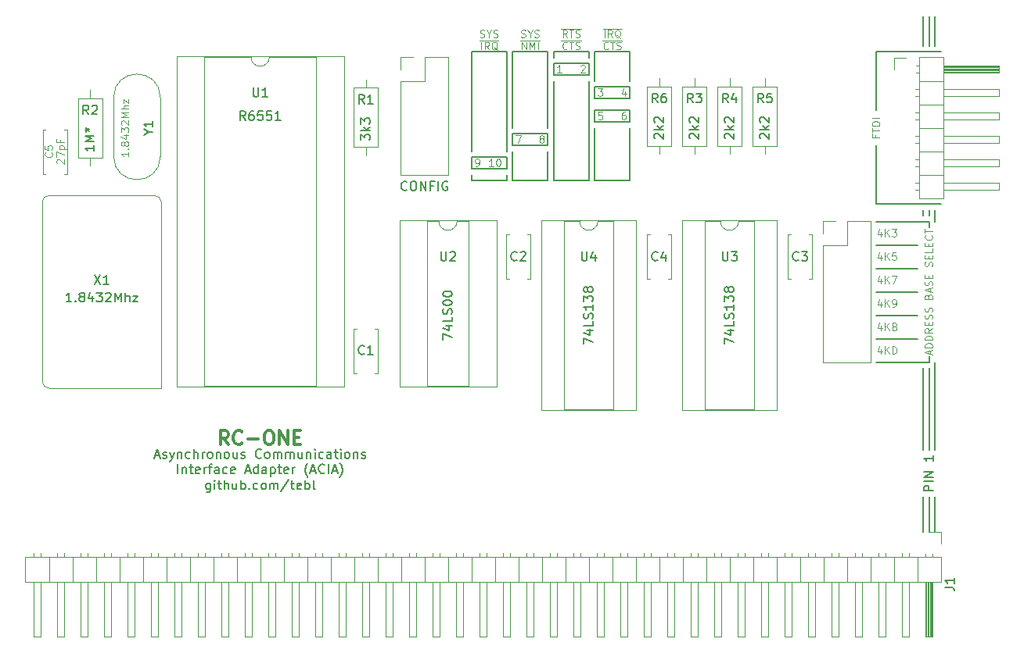
<source format=gto>
G04 #@! TF.FileFunction,Legend,Top*
%FSLAX46Y46*%
G04 Gerber Fmt 4.6, Leading zero omitted, Abs format (unit mm)*
G04 Created by KiCad (PCBNEW 4.0.7) date 01/25/20 12:18:52*
%MOMM*%
%LPD*%
G01*
G04 APERTURE LIST*
%ADD10C,0.100000*%
%ADD11C,0.200000*%
%ADD12C,0.150000*%
%ADD13C,0.300000*%
%ADD14C,0.120000*%
G04 APERTURE END LIST*
D10*
D11*
X193675000Y-93345000D02*
X193675000Y-90170000D01*
X193040000Y-93345000D02*
X193040000Y-90170000D01*
X192405000Y-93345000D02*
X192405000Y-90170000D01*
X192405000Y-111760000D02*
X192405000Y-111125000D01*
X193040000Y-111760000D02*
X193040000Y-111125000D01*
X193675000Y-112395000D02*
X193675000Y-111125000D01*
X192405000Y-137160000D02*
X192405000Y-128270000D01*
X193040000Y-128270000D02*
X193040000Y-137160000D01*
X193675000Y-137160000D02*
X193675000Y-127635000D01*
X192405000Y-146050000D02*
X192405000Y-142240000D01*
X193040000Y-142240000D02*
X193040000Y-146050000D01*
X193675000Y-146050000D02*
X193675000Y-142240000D01*
D12*
X193492381Y-141580952D02*
X192492381Y-141580952D01*
X192492381Y-141199999D01*
X192540000Y-141104761D01*
X192587619Y-141057142D01*
X192682857Y-141009523D01*
X192825714Y-141009523D01*
X192920952Y-141057142D01*
X192968571Y-141104761D01*
X193016190Y-141199999D01*
X193016190Y-141580952D01*
X193492381Y-140580952D02*
X192492381Y-140580952D01*
X193492381Y-140104762D02*
X192492381Y-140104762D01*
X193492381Y-139533333D01*
X192492381Y-139533333D01*
X193492381Y-137771428D02*
X193492381Y-138342857D01*
X193492381Y-138057143D02*
X192492381Y-138057143D01*
X192635238Y-138152381D01*
X192730476Y-138247619D01*
X192778095Y-138342857D01*
D10*
X157930953Y-92421905D02*
X157930953Y-91621905D01*
X158769048Y-92421905D02*
X158502381Y-92040952D01*
X158311905Y-92421905D02*
X158311905Y-91621905D01*
X158616667Y-91621905D01*
X158692858Y-91660000D01*
X158730953Y-91698095D01*
X158769048Y-91774286D01*
X158769048Y-91888571D01*
X158730953Y-91964762D01*
X158692858Y-92002857D01*
X158616667Y-92040952D01*
X158311905Y-92040952D01*
X159645239Y-92498095D02*
X159569048Y-92460000D01*
X159492858Y-92383810D01*
X159378572Y-92269524D01*
X159302381Y-92231429D01*
X159226191Y-92231429D01*
X159264286Y-92421905D02*
X159188096Y-92383810D01*
X159111905Y-92307619D01*
X159073810Y-92155238D01*
X159073810Y-91888571D01*
X159111905Y-91736190D01*
X159188096Y-91660000D01*
X159264286Y-91621905D01*
X159416667Y-91621905D01*
X159492858Y-91660000D01*
X159569048Y-91736190D01*
X159607143Y-91888571D01*
X159607143Y-92155238D01*
X159569048Y-92307619D01*
X159492858Y-92383810D01*
X159416667Y-92421905D01*
X159264286Y-92421905D01*
X157740477Y-91484000D02*
X159759524Y-91484000D01*
X158311905Y-93645714D02*
X158273810Y-93683810D01*
X158159524Y-93721905D01*
X158083334Y-93721905D01*
X157969048Y-93683810D01*
X157892857Y-93607619D01*
X157854762Y-93531429D01*
X157816667Y-93379048D01*
X157816667Y-93264762D01*
X157854762Y-93112381D01*
X157892857Y-93036190D01*
X157969048Y-92960000D01*
X158083334Y-92921905D01*
X158159524Y-92921905D01*
X158273810Y-92960000D01*
X158311905Y-92998095D01*
X158540476Y-92921905D02*
X158997619Y-92921905D01*
X158769048Y-93721905D02*
X158769048Y-92921905D01*
X159226191Y-93683810D02*
X159340477Y-93721905D01*
X159530953Y-93721905D01*
X159607143Y-93683810D01*
X159645239Y-93645714D01*
X159683334Y-93569524D01*
X159683334Y-93493333D01*
X159645239Y-93417143D01*
X159607143Y-93379048D01*
X159530953Y-93340952D01*
X159378572Y-93302857D01*
X159302381Y-93264762D01*
X159264286Y-93226667D01*
X159226191Y-93150476D01*
X159226191Y-93074286D01*
X159264286Y-92998095D01*
X159302381Y-92960000D01*
X159378572Y-92921905D01*
X159569048Y-92921905D01*
X159683334Y-92960000D01*
X157664286Y-92784000D02*
X159835715Y-92784000D01*
X153866905Y-92421905D02*
X153600238Y-92040952D01*
X153409762Y-92421905D02*
X153409762Y-91621905D01*
X153714524Y-91621905D01*
X153790715Y-91660000D01*
X153828810Y-91698095D01*
X153866905Y-91774286D01*
X153866905Y-91888571D01*
X153828810Y-91964762D01*
X153790715Y-92002857D01*
X153714524Y-92040952D01*
X153409762Y-92040952D01*
X154095476Y-91621905D02*
X154552619Y-91621905D01*
X154324048Y-92421905D02*
X154324048Y-91621905D01*
X154781191Y-92383810D02*
X154895477Y-92421905D01*
X155085953Y-92421905D01*
X155162143Y-92383810D01*
X155200239Y-92345714D01*
X155238334Y-92269524D01*
X155238334Y-92193333D01*
X155200239Y-92117143D01*
X155162143Y-92079048D01*
X155085953Y-92040952D01*
X154933572Y-92002857D01*
X154857381Y-91964762D01*
X154819286Y-91926667D01*
X154781191Y-91850476D01*
X154781191Y-91774286D01*
X154819286Y-91698095D01*
X154857381Y-91660000D01*
X154933572Y-91621905D01*
X155124048Y-91621905D01*
X155238334Y-91660000D01*
X153219286Y-91484000D02*
X155390715Y-91484000D01*
X153866905Y-93645714D02*
X153828810Y-93683810D01*
X153714524Y-93721905D01*
X153638334Y-93721905D01*
X153524048Y-93683810D01*
X153447857Y-93607619D01*
X153409762Y-93531429D01*
X153371667Y-93379048D01*
X153371667Y-93264762D01*
X153409762Y-93112381D01*
X153447857Y-93036190D01*
X153524048Y-92960000D01*
X153638334Y-92921905D01*
X153714524Y-92921905D01*
X153828810Y-92960000D01*
X153866905Y-92998095D01*
X154095476Y-92921905D02*
X154552619Y-92921905D01*
X154324048Y-93721905D02*
X154324048Y-92921905D01*
X154781191Y-93683810D02*
X154895477Y-93721905D01*
X155085953Y-93721905D01*
X155162143Y-93683810D01*
X155200239Y-93645714D01*
X155238334Y-93569524D01*
X155238334Y-93493333D01*
X155200239Y-93417143D01*
X155162143Y-93379048D01*
X155085953Y-93340952D01*
X154933572Y-93302857D01*
X154857381Y-93264762D01*
X154819286Y-93226667D01*
X154781191Y-93150476D01*
X154781191Y-93074286D01*
X154819286Y-92998095D01*
X154857381Y-92960000D01*
X154933572Y-92921905D01*
X155124048Y-92921905D01*
X155238334Y-92960000D01*
X153219286Y-92784000D02*
X155390715Y-92784000D01*
X148907619Y-92383810D02*
X149021905Y-92421905D01*
X149212381Y-92421905D01*
X149288571Y-92383810D01*
X149326667Y-92345714D01*
X149364762Y-92269524D01*
X149364762Y-92193333D01*
X149326667Y-92117143D01*
X149288571Y-92079048D01*
X149212381Y-92040952D01*
X149060000Y-92002857D01*
X148983809Y-91964762D01*
X148945714Y-91926667D01*
X148907619Y-91850476D01*
X148907619Y-91774286D01*
X148945714Y-91698095D01*
X148983809Y-91660000D01*
X149060000Y-91621905D01*
X149250476Y-91621905D01*
X149364762Y-91660000D01*
X149860000Y-92040952D02*
X149860000Y-92421905D01*
X149593333Y-91621905D02*
X149860000Y-92040952D01*
X150126667Y-91621905D01*
X150355238Y-92383810D02*
X150469524Y-92421905D01*
X150660000Y-92421905D01*
X150736190Y-92383810D01*
X150774286Y-92345714D01*
X150812381Y-92269524D01*
X150812381Y-92193333D01*
X150774286Y-92117143D01*
X150736190Y-92079048D01*
X150660000Y-92040952D01*
X150507619Y-92002857D01*
X150431428Y-91964762D01*
X150393333Y-91926667D01*
X150355238Y-91850476D01*
X150355238Y-91774286D01*
X150393333Y-91698095D01*
X150431428Y-91660000D01*
X150507619Y-91621905D01*
X150698095Y-91621905D01*
X150812381Y-91660000D01*
X148983810Y-93721905D02*
X148983810Y-92921905D01*
X149440953Y-93721905D01*
X149440953Y-92921905D01*
X149821905Y-93721905D02*
X149821905Y-92921905D01*
X150088572Y-93493333D01*
X150355239Y-92921905D01*
X150355239Y-93721905D01*
X150736191Y-93721905D02*
X150736191Y-92921905D01*
X148793334Y-92784000D02*
X150926667Y-92784000D01*
X144462619Y-92383810D02*
X144576905Y-92421905D01*
X144767381Y-92421905D01*
X144843571Y-92383810D01*
X144881667Y-92345714D01*
X144919762Y-92269524D01*
X144919762Y-92193333D01*
X144881667Y-92117143D01*
X144843571Y-92079048D01*
X144767381Y-92040952D01*
X144615000Y-92002857D01*
X144538809Y-91964762D01*
X144500714Y-91926667D01*
X144462619Y-91850476D01*
X144462619Y-91774286D01*
X144500714Y-91698095D01*
X144538809Y-91660000D01*
X144615000Y-91621905D01*
X144805476Y-91621905D01*
X144919762Y-91660000D01*
X145415000Y-92040952D02*
X145415000Y-92421905D01*
X145148333Y-91621905D02*
X145415000Y-92040952D01*
X145681667Y-91621905D01*
X145910238Y-92383810D02*
X146024524Y-92421905D01*
X146215000Y-92421905D01*
X146291190Y-92383810D01*
X146329286Y-92345714D01*
X146367381Y-92269524D01*
X146367381Y-92193333D01*
X146329286Y-92117143D01*
X146291190Y-92079048D01*
X146215000Y-92040952D01*
X146062619Y-92002857D01*
X145986428Y-91964762D01*
X145948333Y-91926667D01*
X145910238Y-91850476D01*
X145910238Y-91774286D01*
X145948333Y-91698095D01*
X145986428Y-91660000D01*
X146062619Y-91621905D01*
X146253095Y-91621905D01*
X146367381Y-91660000D01*
X144595953Y-93721905D02*
X144595953Y-92921905D01*
X145434048Y-93721905D02*
X145167381Y-93340952D01*
X144976905Y-93721905D02*
X144976905Y-92921905D01*
X145281667Y-92921905D01*
X145357858Y-92960000D01*
X145395953Y-92998095D01*
X145434048Y-93074286D01*
X145434048Y-93188571D01*
X145395953Y-93264762D01*
X145357858Y-93302857D01*
X145281667Y-93340952D01*
X144976905Y-93340952D01*
X146310239Y-93798095D02*
X146234048Y-93760000D01*
X146157858Y-93683810D01*
X146043572Y-93569524D01*
X145967381Y-93531429D01*
X145891191Y-93531429D01*
X145929286Y-93721905D02*
X145853096Y-93683810D01*
X145776905Y-93607619D01*
X145738810Y-93455238D01*
X145738810Y-93188571D01*
X145776905Y-93036190D01*
X145853096Y-92960000D01*
X145929286Y-92921905D01*
X146081667Y-92921905D01*
X146157858Y-92960000D01*
X146234048Y-93036190D01*
X146272143Y-93188571D01*
X146272143Y-93455238D01*
X146234048Y-93607619D01*
X146157858Y-93683810D01*
X146081667Y-93721905D01*
X145929286Y-93721905D01*
X144405477Y-92784000D02*
X146424524Y-92784000D01*
X155346429Y-95523095D02*
X155384524Y-95485000D01*
X155460715Y-95446905D01*
X155651191Y-95446905D01*
X155727381Y-95485000D01*
X155765477Y-95523095D01*
X155803572Y-95599286D01*
X155803572Y-95675476D01*
X155765477Y-95789762D01*
X155308334Y-96246905D01*
X155803572Y-96246905D01*
X153263572Y-96246905D02*
X152806429Y-96246905D01*
X153035000Y-96246905D02*
X153035000Y-95446905D01*
X152958810Y-95561190D01*
X152882619Y-95637381D01*
X152806429Y-95675476D01*
X160172381Y-98253571D02*
X160172381Y-98786905D01*
X159981905Y-97948810D02*
X159791429Y-98520238D01*
X160286667Y-98520238D01*
X157213334Y-97986905D02*
X157708572Y-97986905D01*
X157441905Y-98291667D01*
X157556191Y-98291667D01*
X157632381Y-98329762D01*
X157670477Y-98367857D01*
X157708572Y-98444048D01*
X157708572Y-98634524D01*
X157670477Y-98710714D01*
X157632381Y-98748810D01*
X157556191Y-98786905D01*
X157327619Y-98786905D01*
X157251429Y-98748810D01*
X157213334Y-98710714D01*
X160172381Y-100526905D02*
X160020000Y-100526905D01*
X159943810Y-100565000D01*
X159905715Y-100603095D01*
X159829524Y-100717381D01*
X159791429Y-100869762D01*
X159791429Y-101174524D01*
X159829524Y-101250714D01*
X159867619Y-101288810D01*
X159943810Y-101326905D01*
X160096191Y-101326905D01*
X160172381Y-101288810D01*
X160210477Y-101250714D01*
X160248572Y-101174524D01*
X160248572Y-100984048D01*
X160210477Y-100907857D01*
X160172381Y-100869762D01*
X160096191Y-100831667D01*
X159943810Y-100831667D01*
X159867619Y-100869762D01*
X159829524Y-100907857D01*
X159791429Y-100984048D01*
X157670477Y-100526905D02*
X157289524Y-100526905D01*
X157251429Y-100907857D01*
X157289524Y-100869762D01*
X157365715Y-100831667D01*
X157556191Y-100831667D01*
X157632381Y-100869762D01*
X157670477Y-100907857D01*
X157708572Y-100984048D01*
X157708572Y-101174524D01*
X157670477Y-101250714D01*
X157632381Y-101288810D01*
X157556191Y-101326905D01*
X157365715Y-101326905D01*
X157289524Y-101288810D01*
X157251429Y-101250714D01*
X151053810Y-103409762D02*
X150977619Y-103371667D01*
X150939524Y-103333571D01*
X150901429Y-103257381D01*
X150901429Y-103219286D01*
X150939524Y-103143095D01*
X150977619Y-103105000D01*
X151053810Y-103066905D01*
X151206191Y-103066905D01*
X151282381Y-103105000D01*
X151320477Y-103143095D01*
X151358572Y-103219286D01*
X151358572Y-103257381D01*
X151320477Y-103333571D01*
X151282381Y-103371667D01*
X151206191Y-103409762D01*
X151053810Y-103409762D01*
X150977619Y-103447857D01*
X150939524Y-103485952D01*
X150901429Y-103562143D01*
X150901429Y-103714524D01*
X150939524Y-103790714D01*
X150977619Y-103828810D01*
X151053810Y-103866905D01*
X151206191Y-103866905D01*
X151282381Y-103828810D01*
X151320477Y-103790714D01*
X151358572Y-103714524D01*
X151358572Y-103562143D01*
X151320477Y-103485952D01*
X151282381Y-103447857D01*
X151206191Y-103409762D01*
X148323334Y-103066905D02*
X148856667Y-103066905D01*
X148513810Y-103866905D01*
D11*
X160655000Y-107950000D02*
X160655000Y-102235000D01*
X156845000Y-107950000D02*
X160655000Y-107950000D01*
X156845000Y-102235000D02*
X156845000Y-107950000D01*
X160655000Y-93980000D02*
X160655000Y-97155000D01*
X156845000Y-93980000D02*
X160655000Y-93980000D01*
X156845000Y-97155000D02*
X156845000Y-93980000D01*
X156210000Y-107950000D02*
X156210000Y-97155000D01*
X152400000Y-107950000D02*
X156210000Y-107950000D01*
X152400000Y-97155000D02*
X152400000Y-107950000D01*
X156210000Y-93980000D02*
X156210000Y-94615000D01*
X152400000Y-93980000D02*
X156210000Y-93980000D01*
X152400000Y-94615000D02*
X152400000Y-93980000D01*
X147320000Y-104775000D02*
X147320000Y-93980000D01*
X143510000Y-104775000D02*
X143510000Y-93980000D01*
X143510000Y-107950000D02*
X143510000Y-107315000D01*
X147320000Y-107950000D02*
X143510000Y-107950000D01*
X147320000Y-107315000D02*
X147320000Y-107950000D01*
X151765000Y-107950000D02*
X151765000Y-104775000D01*
X147955000Y-107950000D02*
X151765000Y-107950000D01*
X147955000Y-104775000D02*
X147955000Y-107950000D01*
X151765000Y-93980000D02*
X151765000Y-102235000D01*
X147955000Y-93980000D02*
X151765000Y-93980000D01*
X147955000Y-102235000D02*
X147955000Y-93980000D01*
X147320000Y-93980000D02*
X143510000Y-93980000D01*
X160655000Y-100330000D02*
X156845000Y-100330000D01*
X160655000Y-101600000D02*
X160655000Y-100330000D01*
X156845000Y-101600000D02*
X160655000Y-101600000D01*
X156845000Y-100330000D02*
X156845000Y-101600000D01*
X160655000Y-97790000D02*
X156845000Y-97790000D01*
X160655000Y-99060000D02*
X160655000Y-97790000D01*
X156845000Y-99060000D02*
X160655000Y-99060000D01*
X156845000Y-97790000D02*
X156845000Y-99060000D01*
X156210000Y-95250000D02*
X152400000Y-95250000D01*
X156210000Y-96520000D02*
X156210000Y-95250000D01*
X152400000Y-96520000D02*
X156210000Y-96520000D01*
X152400000Y-95250000D02*
X152400000Y-96520000D01*
X151765000Y-104140000D02*
X147955000Y-104140000D01*
X151765000Y-102870000D02*
X151765000Y-104140000D01*
X147955000Y-102870000D02*
X151765000Y-102870000D01*
X147955000Y-104140000D02*
X147955000Y-102870000D01*
D10*
X143992619Y-106406905D02*
X144145000Y-106406905D01*
X144221191Y-106368810D01*
X144259286Y-106330714D01*
X144335477Y-106216429D01*
X144373572Y-106064048D01*
X144373572Y-105759286D01*
X144335477Y-105683095D01*
X144297381Y-105645000D01*
X144221191Y-105606905D01*
X144068810Y-105606905D01*
X143992619Y-105645000D01*
X143954524Y-105683095D01*
X143916429Y-105759286D01*
X143916429Y-105949762D01*
X143954524Y-106025952D01*
X143992619Y-106064048D01*
X144068810Y-106102143D01*
X144221191Y-106102143D01*
X144297381Y-106064048D01*
X144335477Y-106025952D01*
X144373572Y-105949762D01*
X145897619Y-106406905D02*
X145440476Y-106406905D01*
X145669047Y-106406905D02*
X145669047Y-105606905D01*
X145592857Y-105721190D01*
X145516666Y-105797381D01*
X145440476Y-105835476D01*
X146392857Y-105606905D02*
X146469048Y-105606905D01*
X146545238Y-105645000D01*
X146583333Y-105683095D01*
X146621429Y-105759286D01*
X146659524Y-105911667D01*
X146659524Y-106102143D01*
X146621429Y-106254524D01*
X146583333Y-106330714D01*
X146545238Y-106368810D01*
X146469048Y-106406905D01*
X146392857Y-106406905D01*
X146316667Y-106368810D01*
X146278571Y-106330714D01*
X146240476Y-106254524D01*
X146202381Y-106102143D01*
X146202381Y-105911667D01*
X146240476Y-105759286D01*
X146278571Y-105683095D01*
X146316667Y-105645000D01*
X146392857Y-105606905D01*
D11*
X147320000Y-106680000D02*
X143510000Y-106680000D01*
X147320000Y-105410000D02*
X147320000Y-106680000D01*
X143510000Y-105410000D02*
X147320000Y-105410000D01*
X143510000Y-105410000D02*
X143510000Y-106680000D01*
X187325000Y-104140000D02*
X187325000Y-110490000D01*
X187325000Y-100330000D02*
X187325000Y-93980000D01*
X187325000Y-93980000D02*
X194310000Y-93980000D01*
X187325000Y-110490000D02*
X194310000Y-110490000D01*
D10*
X187267857Y-103015952D02*
X187267857Y-103282619D01*
X187686905Y-103282619D02*
X186886905Y-103282619D01*
X186886905Y-102901666D01*
X186886905Y-102711191D02*
X186886905Y-102254048D01*
X187686905Y-102482619D02*
X186886905Y-102482619D01*
X187686905Y-101987381D02*
X186886905Y-101987381D01*
X186886905Y-101796905D01*
X186925000Y-101682619D01*
X187001190Y-101606428D01*
X187077381Y-101568333D01*
X187229762Y-101530238D01*
X187344048Y-101530238D01*
X187496429Y-101568333D01*
X187572619Y-101606428D01*
X187648810Y-101682619D01*
X187686905Y-101796905D01*
X187686905Y-101987381D01*
X187686905Y-101187381D02*
X186886905Y-101187381D01*
X187858333Y-126193571D02*
X187858333Y-126726905D01*
X187667857Y-125888810D02*
X187477381Y-126460238D01*
X187972619Y-126460238D01*
X188277381Y-126726905D02*
X188277381Y-125926905D01*
X188734524Y-126726905D02*
X188391667Y-126269762D01*
X188734524Y-125926905D02*
X188277381Y-126384048D01*
X189077381Y-126726905D02*
X189077381Y-125926905D01*
X189267857Y-125926905D01*
X189382143Y-125965000D01*
X189458334Y-126041190D01*
X189496429Y-126117381D01*
X189534524Y-126269762D01*
X189534524Y-126384048D01*
X189496429Y-126536429D01*
X189458334Y-126612619D01*
X189382143Y-126688810D01*
X189267857Y-126726905D01*
X189077381Y-126726905D01*
X187858333Y-123653571D02*
X187858333Y-124186905D01*
X187667857Y-123348810D02*
X187477381Y-123920238D01*
X187972619Y-123920238D01*
X188277381Y-124186905D02*
X188277381Y-123386905D01*
X188734524Y-124186905D02*
X188391667Y-123729762D01*
X188734524Y-123386905D02*
X188277381Y-123844048D01*
X189344048Y-123767857D02*
X189458334Y-123805952D01*
X189496429Y-123844048D01*
X189534524Y-123920238D01*
X189534524Y-124034524D01*
X189496429Y-124110714D01*
X189458334Y-124148810D01*
X189382143Y-124186905D01*
X189077381Y-124186905D01*
X189077381Y-123386905D01*
X189344048Y-123386905D01*
X189420238Y-123425000D01*
X189458334Y-123463095D01*
X189496429Y-123539286D01*
X189496429Y-123615476D01*
X189458334Y-123691667D01*
X189420238Y-123729762D01*
X189344048Y-123767857D01*
X189077381Y-123767857D01*
X187858333Y-121113571D02*
X187858333Y-121646905D01*
X187667857Y-120808810D02*
X187477381Y-121380238D01*
X187972619Y-121380238D01*
X188277381Y-121646905D02*
X188277381Y-120846905D01*
X188734524Y-121646905D02*
X188391667Y-121189762D01*
X188734524Y-120846905D02*
X188277381Y-121304048D01*
X189115476Y-121646905D02*
X189267857Y-121646905D01*
X189344048Y-121608810D01*
X189382143Y-121570714D01*
X189458334Y-121456429D01*
X189496429Y-121304048D01*
X189496429Y-120999286D01*
X189458334Y-120923095D01*
X189420238Y-120885000D01*
X189344048Y-120846905D01*
X189191667Y-120846905D01*
X189115476Y-120885000D01*
X189077381Y-120923095D01*
X189039286Y-120999286D01*
X189039286Y-121189762D01*
X189077381Y-121265952D01*
X189115476Y-121304048D01*
X189191667Y-121342143D01*
X189344048Y-121342143D01*
X189420238Y-121304048D01*
X189458334Y-121265952D01*
X189496429Y-121189762D01*
X187858333Y-118573571D02*
X187858333Y-119106905D01*
X187667857Y-118268810D02*
X187477381Y-118840238D01*
X187972619Y-118840238D01*
X188277381Y-119106905D02*
X188277381Y-118306905D01*
X188734524Y-119106905D02*
X188391667Y-118649762D01*
X188734524Y-118306905D02*
X188277381Y-118764048D01*
X189001191Y-118306905D02*
X189534524Y-118306905D01*
X189191667Y-119106905D01*
X187858333Y-116033571D02*
X187858333Y-116566905D01*
X187667857Y-115728810D02*
X187477381Y-116300238D01*
X187972619Y-116300238D01*
X188277381Y-116566905D02*
X188277381Y-115766905D01*
X188734524Y-116566905D02*
X188391667Y-116109762D01*
X188734524Y-115766905D02*
X188277381Y-116224048D01*
X189458334Y-115766905D02*
X189077381Y-115766905D01*
X189039286Y-116147857D01*
X189077381Y-116109762D01*
X189153572Y-116071667D01*
X189344048Y-116071667D01*
X189420238Y-116109762D01*
X189458334Y-116147857D01*
X189496429Y-116224048D01*
X189496429Y-116414524D01*
X189458334Y-116490714D01*
X189420238Y-116528810D01*
X189344048Y-116566905D01*
X189153572Y-116566905D01*
X189077381Y-116528810D01*
X189039286Y-116490714D01*
X193173333Y-126757858D02*
X193173333Y-126376906D01*
X193401905Y-126834049D02*
X192601905Y-126567382D01*
X193401905Y-126300715D01*
X193401905Y-126034049D02*
X192601905Y-126034049D01*
X192601905Y-125843573D01*
X192640000Y-125729287D01*
X192716190Y-125653096D01*
X192792381Y-125615001D01*
X192944762Y-125576906D01*
X193059048Y-125576906D01*
X193211429Y-125615001D01*
X193287619Y-125653096D01*
X193363810Y-125729287D01*
X193401905Y-125843573D01*
X193401905Y-126034049D01*
X193401905Y-125234049D02*
X192601905Y-125234049D01*
X192601905Y-125043573D01*
X192640000Y-124929287D01*
X192716190Y-124853096D01*
X192792381Y-124815001D01*
X192944762Y-124776906D01*
X193059048Y-124776906D01*
X193211429Y-124815001D01*
X193287619Y-124853096D01*
X193363810Y-124929287D01*
X193401905Y-125043573D01*
X193401905Y-125234049D01*
X193401905Y-123976906D02*
X193020952Y-124243573D01*
X193401905Y-124434049D02*
X192601905Y-124434049D01*
X192601905Y-124129287D01*
X192640000Y-124053096D01*
X192678095Y-124015001D01*
X192754286Y-123976906D01*
X192868571Y-123976906D01*
X192944762Y-124015001D01*
X192982857Y-124053096D01*
X193020952Y-124129287D01*
X193020952Y-124434049D01*
X192982857Y-123634049D02*
X192982857Y-123367382D01*
X193401905Y-123253096D02*
X193401905Y-123634049D01*
X192601905Y-123634049D01*
X192601905Y-123253096D01*
X193363810Y-122948334D02*
X193401905Y-122834048D01*
X193401905Y-122643572D01*
X193363810Y-122567382D01*
X193325714Y-122529286D01*
X193249524Y-122491191D01*
X193173333Y-122491191D01*
X193097143Y-122529286D01*
X193059048Y-122567382D01*
X193020952Y-122643572D01*
X192982857Y-122795953D01*
X192944762Y-122872144D01*
X192906667Y-122910239D01*
X192830476Y-122948334D01*
X192754286Y-122948334D01*
X192678095Y-122910239D01*
X192640000Y-122872144D01*
X192601905Y-122795953D01*
X192601905Y-122605477D01*
X192640000Y-122491191D01*
X193363810Y-122186429D02*
X193401905Y-122072143D01*
X193401905Y-121881667D01*
X193363810Y-121805477D01*
X193325714Y-121767381D01*
X193249524Y-121729286D01*
X193173333Y-121729286D01*
X193097143Y-121767381D01*
X193059048Y-121805477D01*
X193020952Y-121881667D01*
X192982857Y-122034048D01*
X192944762Y-122110239D01*
X192906667Y-122148334D01*
X192830476Y-122186429D01*
X192754286Y-122186429D01*
X192678095Y-122148334D01*
X192640000Y-122110239D01*
X192601905Y-122034048D01*
X192601905Y-121843572D01*
X192640000Y-121729286D01*
X192982857Y-120510238D02*
X193020952Y-120395952D01*
X193059048Y-120357857D01*
X193135238Y-120319762D01*
X193249524Y-120319762D01*
X193325714Y-120357857D01*
X193363810Y-120395952D01*
X193401905Y-120472143D01*
X193401905Y-120776905D01*
X192601905Y-120776905D01*
X192601905Y-120510238D01*
X192640000Y-120434048D01*
X192678095Y-120395952D01*
X192754286Y-120357857D01*
X192830476Y-120357857D01*
X192906667Y-120395952D01*
X192944762Y-120434048D01*
X192982857Y-120510238D01*
X192982857Y-120776905D01*
X193173333Y-120015000D02*
X193173333Y-119634048D01*
X193401905Y-120091191D02*
X192601905Y-119824524D01*
X193401905Y-119557857D01*
X193363810Y-119329286D02*
X193401905Y-119215000D01*
X193401905Y-119024524D01*
X193363810Y-118948334D01*
X193325714Y-118910238D01*
X193249524Y-118872143D01*
X193173333Y-118872143D01*
X193097143Y-118910238D01*
X193059048Y-118948334D01*
X193020952Y-119024524D01*
X192982857Y-119176905D01*
X192944762Y-119253096D01*
X192906667Y-119291191D01*
X192830476Y-119329286D01*
X192754286Y-119329286D01*
X192678095Y-119291191D01*
X192640000Y-119253096D01*
X192601905Y-119176905D01*
X192601905Y-118986429D01*
X192640000Y-118872143D01*
X192982857Y-118529286D02*
X192982857Y-118262619D01*
X193401905Y-118148333D02*
X193401905Y-118529286D01*
X192601905Y-118529286D01*
X192601905Y-118148333D01*
X193363810Y-117234047D02*
X193401905Y-117119761D01*
X193401905Y-116929285D01*
X193363810Y-116853095D01*
X193325714Y-116814999D01*
X193249524Y-116776904D01*
X193173333Y-116776904D01*
X193097143Y-116814999D01*
X193059048Y-116853095D01*
X193020952Y-116929285D01*
X192982857Y-117081666D01*
X192944762Y-117157857D01*
X192906667Y-117195952D01*
X192830476Y-117234047D01*
X192754286Y-117234047D01*
X192678095Y-117195952D01*
X192640000Y-117157857D01*
X192601905Y-117081666D01*
X192601905Y-116891190D01*
X192640000Y-116776904D01*
X192982857Y-116434047D02*
X192982857Y-116167380D01*
X193401905Y-116053094D02*
X193401905Y-116434047D01*
X192601905Y-116434047D01*
X192601905Y-116053094D01*
X193401905Y-115329284D02*
X193401905Y-115710237D01*
X192601905Y-115710237D01*
X192982857Y-115062618D02*
X192982857Y-114795951D01*
X193401905Y-114681665D02*
X193401905Y-115062618D01*
X192601905Y-115062618D01*
X192601905Y-114681665D01*
X193325714Y-113881665D02*
X193363810Y-113919760D01*
X193401905Y-114034046D01*
X193401905Y-114110236D01*
X193363810Y-114224522D01*
X193287619Y-114300713D01*
X193211429Y-114338808D01*
X193059048Y-114376903D01*
X192944762Y-114376903D01*
X192792381Y-114338808D01*
X192716190Y-114300713D01*
X192640000Y-114224522D01*
X192601905Y-114110236D01*
X192601905Y-114034046D01*
X192640000Y-113919760D01*
X192678095Y-113881665D01*
X192601905Y-113653094D02*
X192601905Y-113195951D01*
X193401905Y-113424522D02*
X192601905Y-113424522D01*
D11*
X193040000Y-127635000D02*
X193040000Y-127000000D01*
X187325000Y-127635000D02*
X193040000Y-127635000D01*
X193040000Y-112395000D02*
X193040000Y-113030000D01*
X187325000Y-112395000D02*
X193040000Y-112395000D01*
X187325000Y-125095000D02*
X191770000Y-125095000D01*
X187325000Y-122555000D02*
X191770000Y-122555000D01*
X187325000Y-120015000D02*
X191770000Y-120015000D01*
X187325000Y-117475000D02*
X191770000Y-117475000D01*
X187325000Y-114935000D02*
X191770000Y-114935000D01*
D10*
X187858333Y-113493571D02*
X187858333Y-114026905D01*
X187667857Y-113188810D02*
X187477381Y-113760238D01*
X187972619Y-113760238D01*
X188277381Y-114026905D02*
X188277381Y-113226905D01*
X188734524Y-114026905D02*
X188391667Y-113569762D01*
X188734524Y-113226905D02*
X188277381Y-113684048D01*
X189001191Y-113226905D02*
X189496429Y-113226905D01*
X189229762Y-113531667D01*
X189344048Y-113531667D01*
X189420238Y-113569762D01*
X189458334Y-113607857D01*
X189496429Y-113684048D01*
X189496429Y-113874524D01*
X189458334Y-113950714D01*
X189420238Y-113988810D01*
X189344048Y-114026905D01*
X189115476Y-114026905D01*
X189039286Y-113988810D01*
X189001191Y-113950714D01*
D12*
X115245238Y-140755714D02*
X115245238Y-141565238D01*
X115197619Y-141660476D01*
X115150000Y-141708095D01*
X115054761Y-141755714D01*
X114911904Y-141755714D01*
X114816666Y-141708095D01*
X115245238Y-141374762D02*
X115150000Y-141422381D01*
X114959523Y-141422381D01*
X114864285Y-141374762D01*
X114816666Y-141327143D01*
X114769047Y-141231905D01*
X114769047Y-140946190D01*
X114816666Y-140850952D01*
X114864285Y-140803333D01*
X114959523Y-140755714D01*
X115150000Y-140755714D01*
X115245238Y-140803333D01*
X115721428Y-141422381D02*
X115721428Y-140755714D01*
X115721428Y-140422381D02*
X115673809Y-140470000D01*
X115721428Y-140517619D01*
X115769047Y-140470000D01*
X115721428Y-140422381D01*
X115721428Y-140517619D01*
X116054761Y-140755714D02*
X116435713Y-140755714D01*
X116197618Y-140422381D02*
X116197618Y-141279524D01*
X116245237Y-141374762D01*
X116340475Y-141422381D01*
X116435713Y-141422381D01*
X116769047Y-141422381D02*
X116769047Y-140422381D01*
X117197619Y-141422381D02*
X117197619Y-140898571D01*
X117150000Y-140803333D01*
X117054762Y-140755714D01*
X116911904Y-140755714D01*
X116816666Y-140803333D01*
X116769047Y-140850952D01*
X118102381Y-140755714D02*
X118102381Y-141422381D01*
X117673809Y-140755714D02*
X117673809Y-141279524D01*
X117721428Y-141374762D01*
X117816666Y-141422381D01*
X117959524Y-141422381D01*
X118054762Y-141374762D01*
X118102381Y-141327143D01*
X118578571Y-141422381D02*
X118578571Y-140422381D01*
X118578571Y-140803333D02*
X118673809Y-140755714D01*
X118864286Y-140755714D01*
X118959524Y-140803333D01*
X119007143Y-140850952D01*
X119054762Y-140946190D01*
X119054762Y-141231905D01*
X119007143Y-141327143D01*
X118959524Y-141374762D01*
X118864286Y-141422381D01*
X118673809Y-141422381D01*
X118578571Y-141374762D01*
X119483333Y-141327143D02*
X119530952Y-141374762D01*
X119483333Y-141422381D01*
X119435714Y-141374762D01*
X119483333Y-141327143D01*
X119483333Y-141422381D01*
X120388095Y-141374762D02*
X120292857Y-141422381D01*
X120102380Y-141422381D01*
X120007142Y-141374762D01*
X119959523Y-141327143D01*
X119911904Y-141231905D01*
X119911904Y-140946190D01*
X119959523Y-140850952D01*
X120007142Y-140803333D01*
X120102380Y-140755714D01*
X120292857Y-140755714D01*
X120388095Y-140803333D01*
X120959523Y-141422381D02*
X120864285Y-141374762D01*
X120816666Y-141327143D01*
X120769047Y-141231905D01*
X120769047Y-140946190D01*
X120816666Y-140850952D01*
X120864285Y-140803333D01*
X120959523Y-140755714D01*
X121102381Y-140755714D01*
X121197619Y-140803333D01*
X121245238Y-140850952D01*
X121292857Y-140946190D01*
X121292857Y-141231905D01*
X121245238Y-141327143D01*
X121197619Y-141374762D01*
X121102381Y-141422381D01*
X120959523Y-141422381D01*
X121721428Y-141422381D02*
X121721428Y-140755714D01*
X121721428Y-140850952D02*
X121769047Y-140803333D01*
X121864285Y-140755714D01*
X122007143Y-140755714D01*
X122102381Y-140803333D01*
X122150000Y-140898571D01*
X122150000Y-141422381D01*
X122150000Y-140898571D02*
X122197619Y-140803333D01*
X122292857Y-140755714D01*
X122435714Y-140755714D01*
X122530952Y-140803333D01*
X122578571Y-140898571D01*
X122578571Y-141422381D01*
X123769047Y-140374762D02*
X122911904Y-141660476D01*
X123959523Y-140755714D02*
X124340475Y-140755714D01*
X124102380Y-140422381D02*
X124102380Y-141279524D01*
X124149999Y-141374762D01*
X124245237Y-141422381D01*
X124340475Y-141422381D01*
X125054762Y-141374762D02*
X124959524Y-141422381D01*
X124769047Y-141422381D01*
X124673809Y-141374762D01*
X124626190Y-141279524D01*
X124626190Y-140898571D01*
X124673809Y-140803333D01*
X124769047Y-140755714D01*
X124959524Y-140755714D01*
X125054762Y-140803333D01*
X125102381Y-140898571D01*
X125102381Y-140993810D01*
X124626190Y-141089048D01*
X125530952Y-141422381D02*
X125530952Y-140422381D01*
X125530952Y-140803333D02*
X125626190Y-140755714D01*
X125816667Y-140755714D01*
X125911905Y-140803333D01*
X125959524Y-140850952D01*
X126007143Y-140946190D01*
X126007143Y-141231905D01*
X125959524Y-141327143D01*
X125911905Y-141374762D01*
X125816667Y-141422381D01*
X125626190Y-141422381D01*
X125530952Y-141374762D01*
X126578571Y-141422381D02*
X126483333Y-141374762D01*
X126435714Y-141279524D01*
X126435714Y-140422381D01*
X109245237Y-137771667D02*
X109721428Y-137771667D01*
X109149999Y-138057381D02*
X109483332Y-137057381D01*
X109816666Y-138057381D01*
X110102380Y-138009762D02*
X110197618Y-138057381D01*
X110388094Y-138057381D01*
X110483333Y-138009762D01*
X110530952Y-137914524D01*
X110530952Y-137866905D01*
X110483333Y-137771667D01*
X110388094Y-137724048D01*
X110245237Y-137724048D01*
X110149999Y-137676429D01*
X110102380Y-137581190D01*
X110102380Y-137533571D01*
X110149999Y-137438333D01*
X110245237Y-137390714D01*
X110388094Y-137390714D01*
X110483333Y-137438333D01*
X110864285Y-137390714D02*
X111102380Y-138057381D01*
X111340476Y-137390714D02*
X111102380Y-138057381D01*
X111007142Y-138295476D01*
X110959523Y-138343095D01*
X110864285Y-138390714D01*
X111721428Y-137390714D02*
X111721428Y-138057381D01*
X111721428Y-137485952D02*
X111769047Y-137438333D01*
X111864285Y-137390714D01*
X112007143Y-137390714D01*
X112102381Y-137438333D01*
X112150000Y-137533571D01*
X112150000Y-138057381D01*
X113054762Y-138009762D02*
X112959524Y-138057381D01*
X112769047Y-138057381D01*
X112673809Y-138009762D01*
X112626190Y-137962143D01*
X112578571Y-137866905D01*
X112578571Y-137581190D01*
X112626190Y-137485952D01*
X112673809Y-137438333D01*
X112769047Y-137390714D01*
X112959524Y-137390714D01*
X113054762Y-137438333D01*
X113483333Y-138057381D02*
X113483333Y-137057381D01*
X113911905Y-138057381D02*
X113911905Y-137533571D01*
X113864286Y-137438333D01*
X113769048Y-137390714D01*
X113626190Y-137390714D01*
X113530952Y-137438333D01*
X113483333Y-137485952D01*
X114388095Y-138057381D02*
X114388095Y-137390714D01*
X114388095Y-137581190D02*
X114435714Y-137485952D01*
X114483333Y-137438333D01*
X114578571Y-137390714D01*
X114673810Y-137390714D01*
X115150000Y-138057381D02*
X115054762Y-138009762D01*
X115007143Y-137962143D01*
X114959524Y-137866905D01*
X114959524Y-137581190D01*
X115007143Y-137485952D01*
X115054762Y-137438333D01*
X115150000Y-137390714D01*
X115292858Y-137390714D01*
X115388096Y-137438333D01*
X115435715Y-137485952D01*
X115483334Y-137581190D01*
X115483334Y-137866905D01*
X115435715Y-137962143D01*
X115388096Y-138009762D01*
X115292858Y-138057381D01*
X115150000Y-138057381D01*
X115911905Y-137390714D02*
X115911905Y-138057381D01*
X115911905Y-137485952D02*
X115959524Y-137438333D01*
X116054762Y-137390714D01*
X116197620Y-137390714D01*
X116292858Y-137438333D01*
X116340477Y-137533571D01*
X116340477Y-138057381D01*
X116959524Y-138057381D02*
X116864286Y-138009762D01*
X116816667Y-137962143D01*
X116769048Y-137866905D01*
X116769048Y-137581190D01*
X116816667Y-137485952D01*
X116864286Y-137438333D01*
X116959524Y-137390714D01*
X117102382Y-137390714D01*
X117197620Y-137438333D01*
X117245239Y-137485952D01*
X117292858Y-137581190D01*
X117292858Y-137866905D01*
X117245239Y-137962143D01*
X117197620Y-138009762D01*
X117102382Y-138057381D01*
X116959524Y-138057381D01*
X118150001Y-137390714D02*
X118150001Y-138057381D01*
X117721429Y-137390714D02*
X117721429Y-137914524D01*
X117769048Y-138009762D01*
X117864286Y-138057381D01*
X118007144Y-138057381D01*
X118102382Y-138009762D01*
X118150001Y-137962143D01*
X118578572Y-138009762D02*
X118673810Y-138057381D01*
X118864286Y-138057381D01*
X118959525Y-138009762D01*
X119007144Y-137914524D01*
X119007144Y-137866905D01*
X118959525Y-137771667D01*
X118864286Y-137724048D01*
X118721429Y-137724048D01*
X118626191Y-137676429D01*
X118578572Y-137581190D01*
X118578572Y-137533571D01*
X118626191Y-137438333D01*
X118721429Y-137390714D01*
X118864286Y-137390714D01*
X118959525Y-137438333D01*
X120769049Y-137962143D02*
X120721430Y-138009762D01*
X120578573Y-138057381D01*
X120483335Y-138057381D01*
X120340477Y-138009762D01*
X120245239Y-137914524D01*
X120197620Y-137819286D01*
X120150001Y-137628810D01*
X120150001Y-137485952D01*
X120197620Y-137295476D01*
X120245239Y-137200238D01*
X120340477Y-137105000D01*
X120483335Y-137057381D01*
X120578573Y-137057381D01*
X120721430Y-137105000D01*
X120769049Y-137152619D01*
X121340477Y-138057381D02*
X121245239Y-138009762D01*
X121197620Y-137962143D01*
X121150001Y-137866905D01*
X121150001Y-137581190D01*
X121197620Y-137485952D01*
X121245239Y-137438333D01*
X121340477Y-137390714D01*
X121483335Y-137390714D01*
X121578573Y-137438333D01*
X121626192Y-137485952D01*
X121673811Y-137581190D01*
X121673811Y-137866905D01*
X121626192Y-137962143D01*
X121578573Y-138009762D01*
X121483335Y-138057381D01*
X121340477Y-138057381D01*
X122102382Y-138057381D02*
X122102382Y-137390714D01*
X122102382Y-137485952D02*
X122150001Y-137438333D01*
X122245239Y-137390714D01*
X122388097Y-137390714D01*
X122483335Y-137438333D01*
X122530954Y-137533571D01*
X122530954Y-138057381D01*
X122530954Y-137533571D02*
X122578573Y-137438333D01*
X122673811Y-137390714D01*
X122816668Y-137390714D01*
X122911906Y-137438333D01*
X122959525Y-137533571D01*
X122959525Y-138057381D01*
X123435715Y-138057381D02*
X123435715Y-137390714D01*
X123435715Y-137485952D02*
X123483334Y-137438333D01*
X123578572Y-137390714D01*
X123721430Y-137390714D01*
X123816668Y-137438333D01*
X123864287Y-137533571D01*
X123864287Y-138057381D01*
X123864287Y-137533571D02*
X123911906Y-137438333D01*
X124007144Y-137390714D01*
X124150001Y-137390714D01*
X124245239Y-137438333D01*
X124292858Y-137533571D01*
X124292858Y-138057381D01*
X125197620Y-137390714D02*
X125197620Y-138057381D01*
X124769048Y-137390714D02*
X124769048Y-137914524D01*
X124816667Y-138009762D01*
X124911905Y-138057381D01*
X125054763Y-138057381D01*
X125150001Y-138009762D01*
X125197620Y-137962143D01*
X125673810Y-137390714D02*
X125673810Y-138057381D01*
X125673810Y-137485952D02*
X125721429Y-137438333D01*
X125816667Y-137390714D01*
X125959525Y-137390714D01*
X126054763Y-137438333D01*
X126102382Y-137533571D01*
X126102382Y-138057381D01*
X126578572Y-138057381D02*
X126578572Y-137390714D01*
X126578572Y-137057381D02*
X126530953Y-137105000D01*
X126578572Y-137152619D01*
X126626191Y-137105000D01*
X126578572Y-137057381D01*
X126578572Y-137152619D01*
X127483334Y-138009762D02*
X127388096Y-138057381D01*
X127197619Y-138057381D01*
X127102381Y-138009762D01*
X127054762Y-137962143D01*
X127007143Y-137866905D01*
X127007143Y-137581190D01*
X127054762Y-137485952D01*
X127102381Y-137438333D01*
X127197619Y-137390714D01*
X127388096Y-137390714D01*
X127483334Y-137438333D01*
X128340477Y-138057381D02*
X128340477Y-137533571D01*
X128292858Y-137438333D01*
X128197620Y-137390714D01*
X128007143Y-137390714D01*
X127911905Y-137438333D01*
X128340477Y-138009762D02*
X128245239Y-138057381D01*
X128007143Y-138057381D01*
X127911905Y-138009762D01*
X127864286Y-137914524D01*
X127864286Y-137819286D01*
X127911905Y-137724048D01*
X128007143Y-137676429D01*
X128245239Y-137676429D01*
X128340477Y-137628810D01*
X128673810Y-137390714D02*
X129054762Y-137390714D01*
X128816667Y-137057381D02*
X128816667Y-137914524D01*
X128864286Y-138009762D01*
X128959524Y-138057381D01*
X129054762Y-138057381D01*
X129388096Y-138057381D02*
X129388096Y-137390714D01*
X129388096Y-137057381D02*
X129340477Y-137105000D01*
X129388096Y-137152619D01*
X129435715Y-137105000D01*
X129388096Y-137057381D01*
X129388096Y-137152619D01*
X130007143Y-138057381D02*
X129911905Y-138009762D01*
X129864286Y-137962143D01*
X129816667Y-137866905D01*
X129816667Y-137581190D01*
X129864286Y-137485952D01*
X129911905Y-137438333D01*
X130007143Y-137390714D01*
X130150001Y-137390714D01*
X130245239Y-137438333D01*
X130292858Y-137485952D01*
X130340477Y-137581190D01*
X130340477Y-137866905D01*
X130292858Y-137962143D01*
X130245239Y-138009762D01*
X130150001Y-138057381D01*
X130007143Y-138057381D01*
X130769048Y-137390714D02*
X130769048Y-138057381D01*
X130769048Y-137485952D02*
X130816667Y-137438333D01*
X130911905Y-137390714D01*
X131054763Y-137390714D01*
X131150001Y-137438333D01*
X131197620Y-137533571D01*
X131197620Y-138057381D01*
X131626191Y-138009762D02*
X131721429Y-138057381D01*
X131911905Y-138057381D01*
X132007144Y-138009762D01*
X132054763Y-137914524D01*
X132054763Y-137866905D01*
X132007144Y-137771667D01*
X131911905Y-137724048D01*
X131769048Y-137724048D01*
X131673810Y-137676429D01*
X131626191Y-137581190D01*
X131626191Y-137533571D01*
X131673810Y-137438333D01*
X131769048Y-137390714D01*
X131911905Y-137390714D01*
X132007144Y-137438333D01*
X111745236Y-139707381D02*
X111745236Y-138707381D01*
X112221426Y-139040714D02*
X112221426Y-139707381D01*
X112221426Y-139135952D02*
X112269045Y-139088333D01*
X112364283Y-139040714D01*
X112507141Y-139040714D01*
X112602379Y-139088333D01*
X112649998Y-139183571D01*
X112649998Y-139707381D01*
X112983331Y-139040714D02*
X113364283Y-139040714D01*
X113126188Y-138707381D02*
X113126188Y-139564524D01*
X113173807Y-139659762D01*
X113269045Y-139707381D01*
X113364283Y-139707381D01*
X114078570Y-139659762D02*
X113983332Y-139707381D01*
X113792855Y-139707381D01*
X113697617Y-139659762D01*
X113649998Y-139564524D01*
X113649998Y-139183571D01*
X113697617Y-139088333D01*
X113792855Y-139040714D01*
X113983332Y-139040714D01*
X114078570Y-139088333D01*
X114126189Y-139183571D01*
X114126189Y-139278810D01*
X113649998Y-139374048D01*
X114554760Y-139707381D02*
X114554760Y-139040714D01*
X114554760Y-139231190D02*
X114602379Y-139135952D01*
X114649998Y-139088333D01*
X114745236Y-139040714D01*
X114840475Y-139040714D01*
X115030951Y-139040714D02*
X115411903Y-139040714D01*
X115173808Y-139707381D02*
X115173808Y-138850238D01*
X115221427Y-138755000D01*
X115316665Y-138707381D01*
X115411903Y-138707381D01*
X116173809Y-139707381D02*
X116173809Y-139183571D01*
X116126190Y-139088333D01*
X116030952Y-139040714D01*
X115840475Y-139040714D01*
X115745237Y-139088333D01*
X116173809Y-139659762D02*
X116078571Y-139707381D01*
X115840475Y-139707381D01*
X115745237Y-139659762D01*
X115697618Y-139564524D01*
X115697618Y-139469286D01*
X115745237Y-139374048D01*
X115840475Y-139326429D01*
X116078571Y-139326429D01*
X116173809Y-139278810D01*
X117078571Y-139659762D02*
X116983333Y-139707381D01*
X116792856Y-139707381D01*
X116697618Y-139659762D01*
X116649999Y-139612143D01*
X116602380Y-139516905D01*
X116602380Y-139231190D01*
X116649999Y-139135952D01*
X116697618Y-139088333D01*
X116792856Y-139040714D01*
X116983333Y-139040714D01*
X117078571Y-139088333D01*
X117888095Y-139659762D02*
X117792857Y-139707381D01*
X117602380Y-139707381D01*
X117507142Y-139659762D01*
X117459523Y-139564524D01*
X117459523Y-139183571D01*
X117507142Y-139088333D01*
X117602380Y-139040714D01*
X117792857Y-139040714D01*
X117888095Y-139088333D01*
X117935714Y-139183571D01*
X117935714Y-139278810D01*
X117459523Y-139374048D01*
X119078571Y-139421667D02*
X119554762Y-139421667D01*
X118983333Y-139707381D02*
X119316666Y-138707381D01*
X119650000Y-139707381D01*
X120411905Y-139707381D02*
X120411905Y-138707381D01*
X120411905Y-139659762D02*
X120316667Y-139707381D01*
X120126190Y-139707381D01*
X120030952Y-139659762D01*
X119983333Y-139612143D01*
X119935714Y-139516905D01*
X119935714Y-139231190D01*
X119983333Y-139135952D01*
X120030952Y-139088333D01*
X120126190Y-139040714D01*
X120316667Y-139040714D01*
X120411905Y-139088333D01*
X121316667Y-139707381D02*
X121316667Y-139183571D01*
X121269048Y-139088333D01*
X121173810Y-139040714D01*
X120983333Y-139040714D01*
X120888095Y-139088333D01*
X121316667Y-139659762D02*
X121221429Y-139707381D01*
X120983333Y-139707381D01*
X120888095Y-139659762D01*
X120840476Y-139564524D01*
X120840476Y-139469286D01*
X120888095Y-139374048D01*
X120983333Y-139326429D01*
X121221429Y-139326429D01*
X121316667Y-139278810D01*
X121792857Y-139040714D02*
X121792857Y-140040714D01*
X121792857Y-139088333D02*
X121888095Y-139040714D01*
X122078572Y-139040714D01*
X122173810Y-139088333D01*
X122221429Y-139135952D01*
X122269048Y-139231190D01*
X122269048Y-139516905D01*
X122221429Y-139612143D01*
X122173810Y-139659762D01*
X122078572Y-139707381D01*
X121888095Y-139707381D01*
X121792857Y-139659762D01*
X122554762Y-139040714D02*
X122935714Y-139040714D01*
X122697619Y-138707381D02*
X122697619Y-139564524D01*
X122745238Y-139659762D01*
X122840476Y-139707381D01*
X122935714Y-139707381D01*
X123650001Y-139659762D02*
X123554763Y-139707381D01*
X123364286Y-139707381D01*
X123269048Y-139659762D01*
X123221429Y-139564524D01*
X123221429Y-139183571D01*
X123269048Y-139088333D01*
X123364286Y-139040714D01*
X123554763Y-139040714D01*
X123650001Y-139088333D01*
X123697620Y-139183571D01*
X123697620Y-139278810D01*
X123221429Y-139374048D01*
X124126191Y-139707381D02*
X124126191Y-139040714D01*
X124126191Y-139231190D02*
X124173810Y-139135952D01*
X124221429Y-139088333D01*
X124316667Y-139040714D01*
X124411906Y-139040714D01*
X125792859Y-140088333D02*
X125745239Y-140040714D01*
X125650001Y-139897857D01*
X125602382Y-139802619D01*
X125554763Y-139659762D01*
X125507144Y-139421667D01*
X125507144Y-139231190D01*
X125554763Y-138993095D01*
X125602382Y-138850238D01*
X125650001Y-138755000D01*
X125745239Y-138612143D01*
X125792859Y-138564524D01*
X126126192Y-139421667D02*
X126602383Y-139421667D01*
X126030954Y-139707381D02*
X126364287Y-138707381D01*
X126697621Y-139707381D01*
X127602383Y-139612143D02*
X127554764Y-139659762D01*
X127411907Y-139707381D01*
X127316669Y-139707381D01*
X127173811Y-139659762D01*
X127078573Y-139564524D01*
X127030954Y-139469286D01*
X126983335Y-139278810D01*
X126983335Y-139135952D01*
X127030954Y-138945476D01*
X127078573Y-138850238D01*
X127173811Y-138755000D01*
X127316669Y-138707381D01*
X127411907Y-138707381D01*
X127554764Y-138755000D01*
X127602383Y-138802619D01*
X128030954Y-139707381D02*
X128030954Y-138707381D01*
X128459525Y-139421667D02*
X128935716Y-139421667D01*
X128364287Y-139707381D02*
X128697620Y-138707381D01*
X129030954Y-139707381D01*
X129269049Y-140088333D02*
X129316668Y-140040714D01*
X129411906Y-139897857D01*
X129459525Y-139802619D01*
X129507144Y-139659762D01*
X129554763Y-139421667D01*
X129554763Y-139231190D01*
X129507144Y-138993095D01*
X129459525Y-138850238D01*
X129411906Y-138755000D01*
X129316668Y-138612143D01*
X129269049Y-138564524D01*
D13*
X117185714Y-136568571D02*
X116685714Y-135854286D01*
X116328571Y-136568571D02*
X116328571Y-135068571D01*
X116899999Y-135068571D01*
X117042857Y-135140000D01*
X117114285Y-135211429D01*
X117185714Y-135354286D01*
X117185714Y-135568571D01*
X117114285Y-135711429D01*
X117042857Y-135782857D01*
X116899999Y-135854286D01*
X116328571Y-135854286D01*
X118685714Y-136425714D02*
X118614285Y-136497143D01*
X118399999Y-136568571D01*
X118257142Y-136568571D01*
X118042857Y-136497143D01*
X117899999Y-136354286D01*
X117828571Y-136211429D01*
X117757142Y-135925714D01*
X117757142Y-135711429D01*
X117828571Y-135425714D01*
X117899999Y-135282857D01*
X118042857Y-135140000D01*
X118257142Y-135068571D01*
X118399999Y-135068571D01*
X118614285Y-135140000D01*
X118685714Y-135211429D01*
X119328571Y-135997143D02*
X120471428Y-135997143D01*
X121471428Y-135068571D02*
X121757142Y-135068571D01*
X121900000Y-135140000D01*
X122042857Y-135282857D01*
X122114285Y-135568571D01*
X122114285Y-136068571D01*
X122042857Y-136354286D01*
X121900000Y-136497143D01*
X121757142Y-136568571D01*
X121471428Y-136568571D01*
X121328571Y-136497143D01*
X121185714Y-136354286D01*
X121114285Y-136068571D01*
X121114285Y-135568571D01*
X121185714Y-135282857D01*
X121328571Y-135140000D01*
X121471428Y-135068571D01*
X122757143Y-136568571D02*
X122757143Y-135068571D01*
X123614286Y-136568571D01*
X123614286Y-135068571D01*
X124328572Y-135782857D02*
X124828572Y-135782857D01*
X125042858Y-136568571D02*
X124328572Y-136568571D01*
X124328572Y-135068571D01*
X125042858Y-135068571D01*
D14*
X97115000Y-107225000D02*
X97115000Y-102405000D01*
X99735000Y-107225000D02*
X99735000Y-102405000D01*
X97115000Y-107225000D02*
X97429000Y-107225000D01*
X99421000Y-107225000D02*
X99735000Y-107225000D01*
X97115000Y-102405000D02*
X97429000Y-102405000D01*
X99421000Y-102405000D02*
X99735000Y-102405000D01*
X194370000Y-148760000D02*
X95190000Y-148760000D01*
X95190000Y-148760000D02*
X95190000Y-151420000D01*
X95190000Y-151420000D02*
X194370000Y-151420000D01*
X194370000Y-151420000D02*
X194370000Y-148760000D01*
X193420000Y-151420000D02*
X193420000Y-157420000D01*
X193420000Y-157420000D02*
X192660000Y-157420000D01*
X192660000Y-157420000D02*
X192660000Y-151420000D01*
X193360000Y-151420000D02*
X193360000Y-157420000D01*
X193240000Y-151420000D02*
X193240000Y-157420000D01*
X193120000Y-151420000D02*
X193120000Y-157420000D01*
X193000000Y-151420000D02*
X193000000Y-157420000D01*
X192880000Y-151420000D02*
X192880000Y-157420000D01*
X192760000Y-151420000D02*
X192760000Y-157420000D01*
X193420000Y-148430000D02*
X193420000Y-148760000D01*
X192660000Y-148430000D02*
X192660000Y-148760000D01*
X191770000Y-148760000D02*
X191770000Y-151420000D01*
X190880000Y-151420000D02*
X190880000Y-157420000D01*
X190880000Y-157420000D02*
X190120000Y-157420000D01*
X190120000Y-157420000D02*
X190120000Y-151420000D01*
X190880000Y-148362929D02*
X190880000Y-148760000D01*
X190120000Y-148362929D02*
X190120000Y-148760000D01*
X189230000Y-148760000D02*
X189230000Y-151420000D01*
X188340000Y-151420000D02*
X188340000Y-157420000D01*
X188340000Y-157420000D02*
X187580000Y-157420000D01*
X187580000Y-157420000D02*
X187580000Y-151420000D01*
X188340000Y-148362929D02*
X188340000Y-148760000D01*
X187580000Y-148362929D02*
X187580000Y-148760000D01*
X186690000Y-148760000D02*
X186690000Y-151420000D01*
X185800000Y-151420000D02*
X185800000Y-157420000D01*
X185800000Y-157420000D02*
X185040000Y-157420000D01*
X185040000Y-157420000D02*
X185040000Y-151420000D01*
X185800000Y-148362929D02*
X185800000Y-148760000D01*
X185040000Y-148362929D02*
X185040000Y-148760000D01*
X184150000Y-148760000D02*
X184150000Y-151420000D01*
X183260000Y-151420000D02*
X183260000Y-157420000D01*
X183260000Y-157420000D02*
X182500000Y-157420000D01*
X182500000Y-157420000D02*
X182500000Y-151420000D01*
X183260000Y-148362929D02*
X183260000Y-148760000D01*
X182500000Y-148362929D02*
X182500000Y-148760000D01*
X181610000Y-148760000D02*
X181610000Y-151420000D01*
X180720000Y-151420000D02*
X180720000Y-157420000D01*
X180720000Y-157420000D02*
X179960000Y-157420000D01*
X179960000Y-157420000D02*
X179960000Y-151420000D01*
X180720000Y-148362929D02*
X180720000Y-148760000D01*
X179960000Y-148362929D02*
X179960000Y-148760000D01*
X179070000Y-148760000D02*
X179070000Y-151420000D01*
X178180000Y-151420000D02*
X178180000Y-157420000D01*
X178180000Y-157420000D02*
X177420000Y-157420000D01*
X177420000Y-157420000D02*
X177420000Y-151420000D01*
X178180000Y-148362929D02*
X178180000Y-148760000D01*
X177420000Y-148362929D02*
X177420000Y-148760000D01*
X176530000Y-148760000D02*
X176530000Y-151420000D01*
X175640000Y-151420000D02*
X175640000Y-157420000D01*
X175640000Y-157420000D02*
X174880000Y-157420000D01*
X174880000Y-157420000D02*
X174880000Y-151420000D01*
X175640000Y-148362929D02*
X175640000Y-148760000D01*
X174880000Y-148362929D02*
X174880000Y-148760000D01*
X173990000Y-148760000D02*
X173990000Y-151420000D01*
X173100000Y-151420000D02*
X173100000Y-157420000D01*
X173100000Y-157420000D02*
X172340000Y-157420000D01*
X172340000Y-157420000D02*
X172340000Y-151420000D01*
X173100000Y-148362929D02*
X173100000Y-148760000D01*
X172340000Y-148362929D02*
X172340000Y-148760000D01*
X171450000Y-148760000D02*
X171450000Y-151420000D01*
X170560000Y-151420000D02*
X170560000Y-157420000D01*
X170560000Y-157420000D02*
X169800000Y-157420000D01*
X169800000Y-157420000D02*
X169800000Y-151420000D01*
X170560000Y-148362929D02*
X170560000Y-148760000D01*
X169800000Y-148362929D02*
X169800000Y-148760000D01*
X168910000Y-148760000D02*
X168910000Y-151420000D01*
X168020000Y-151420000D02*
X168020000Y-157420000D01*
X168020000Y-157420000D02*
X167260000Y-157420000D01*
X167260000Y-157420000D02*
X167260000Y-151420000D01*
X168020000Y-148362929D02*
X168020000Y-148760000D01*
X167260000Y-148362929D02*
X167260000Y-148760000D01*
X166370000Y-148760000D02*
X166370000Y-151420000D01*
X165480000Y-151420000D02*
X165480000Y-157420000D01*
X165480000Y-157420000D02*
X164720000Y-157420000D01*
X164720000Y-157420000D02*
X164720000Y-151420000D01*
X165480000Y-148362929D02*
X165480000Y-148760000D01*
X164720000Y-148362929D02*
X164720000Y-148760000D01*
X163830000Y-148760000D02*
X163830000Y-151420000D01*
X162940000Y-151420000D02*
X162940000Y-157420000D01*
X162940000Y-157420000D02*
X162180000Y-157420000D01*
X162180000Y-157420000D02*
X162180000Y-151420000D01*
X162940000Y-148362929D02*
X162940000Y-148760000D01*
X162180000Y-148362929D02*
X162180000Y-148760000D01*
X161290000Y-148760000D02*
X161290000Y-151420000D01*
X160400000Y-151420000D02*
X160400000Y-157420000D01*
X160400000Y-157420000D02*
X159640000Y-157420000D01*
X159640000Y-157420000D02*
X159640000Y-151420000D01*
X160400000Y-148362929D02*
X160400000Y-148760000D01*
X159640000Y-148362929D02*
X159640000Y-148760000D01*
X158750000Y-148760000D02*
X158750000Y-151420000D01*
X157860000Y-151420000D02*
X157860000Y-157420000D01*
X157860000Y-157420000D02*
X157100000Y-157420000D01*
X157100000Y-157420000D02*
X157100000Y-151420000D01*
X157860000Y-148362929D02*
X157860000Y-148760000D01*
X157100000Y-148362929D02*
X157100000Y-148760000D01*
X156210000Y-148760000D02*
X156210000Y-151420000D01*
X155320000Y-151420000D02*
X155320000Y-157420000D01*
X155320000Y-157420000D02*
X154560000Y-157420000D01*
X154560000Y-157420000D02*
X154560000Y-151420000D01*
X155320000Y-148362929D02*
X155320000Y-148760000D01*
X154560000Y-148362929D02*
X154560000Y-148760000D01*
X153670000Y-148760000D02*
X153670000Y-151420000D01*
X152780000Y-151420000D02*
X152780000Y-157420000D01*
X152780000Y-157420000D02*
X152020000Y-157420000D01*
X152020000Y-157420000D02*
X152020000Y-151420000D01*
X152780000Y-148362929D02*
X152780000Y-148760000D01*
X152020000Y-148362929D02*
X152020000Y-148760000D01*
X151130000Y-148760000D02*
X151130000Y-151420000D01*
X150240000Y-151420000D02*
X150240000Y-157420000D01*
X150240000Y-157420000D02*
X149480000Y-157420000D01*
X149480000Y-157420000D02*
X149480000Y-151420000D01*
X150240000Y-148362929D02*
X150240000Y-148760000D01*
X149480000Y-148362929D02*
X149480000Y-148760000D01*
X148590000Y-148760000D02*
X148590000Y-151420000D01*
X147700000Y-151420000D02*
X147700000Y-157420000D01*
X147700000Y-157420000D02*
X146940000Y-157420000D01*
X146940000Y-157420000D02*
X146940000Y-151420000D01*
X147700000Y-148362929D02*
X147700000Y-148760000D01*
X146940000Y-148362929D02*
X146940000Y-148760000D01*
X146050000Y-148760000D02*
X146050000Y-151420000D01*
X145160000Y-151420000D02*
X145160000Y-157420000D01*
X145160000Y-157420000D02*
X144400000Y-157420000D01*
X144400000Y-157420000D02*
X144400000Y-151420000D01*
X145160000Y-148362929D02*
X145160000Y-148760000D01*
X144400000Y-148362929D02*
X144400000Y-148760000D01*
X143510000Y-148760000D02*
X143510000Y-151420000D01*
X142620000Y-151420000D02*
X142620000Y-157420000D01*
X142620000Y-157420000D02*
X141860000Y-157420000D01*
X141860000Y-157420000D02*
X141860000Y-151420000D01*
X142620000Y-148362929D02*
X142620000Y-148760000D01*
X141860000Y-148362929D02*
X141860000Y-148760000D01*
X140970000Y-148760000D02*
X140970000Y-151420000D01*
X140080000Y-151420000D02*
X140080000Y-157420000D01*
X140080000Y-157420000D02*
X139320000Y-157420000D01*
X139320000Y-157420000D02*
X139320000Y-151420000D01*
X140080000Y-148362929D02*
X140080000Y-148760000D01*
X139320000Y-148362929D02*
X139320000Y-148760000D01*
X138430000Y-148760000D02*
X138430000Y-151420000D01*
X137540000Y-151420000D02*
X137540000Y-157420000D01*
X137540000Y-157420000D02*
X136780000Y-157420000D01*
X136780000Y-157420000D02*
X136780000Y-151420000D01*
X137540000Y-148362929D02*
X137540000Y-148760000D01*
X136780000Y-148362929D02*
X136780000Y-148760000D01*
X135890000Y-148760000D02*
X135890000Y-151420000D01*
X135000000Y-151420000D02*
X135000000Y-157420000D01*
X135000000Y-157420000D02*
X134240000Y-157420000D01*
X134240000Y-157420000D02*
X134240000Y-151420000D01*
X135000000Y-148362929D02*
X135000000Y-148760000D01*
X134240000Y-148362929D02*
X134240000Y-148760000D01*
X133350000Y-148760000D02*
X133350000Y-151420000D01*
X132460000Y-151420000D02*
X132460000Y-157420000D01*
X132460000Y-157420000D02*
X131700000Y-157420000D01*
X131700000Y-157420000D02*
X131700000Y-151420000D01*
X132460000Y-148362929D02*
X132460000Y-148760000D01*
X131700000Y-148362929D02*
X131700000Y-148760000D01*
X130810000Y-148760000D02*
X130810000Y-151420000D01*
X129920000Y-151420000D02*
X129920000Y-157420000D01*
X129920000Y-157420000D02*
X129160000Y-157420000D01*
X129160000Y-157420000D02*
X129160000Y-151420000D01*
X129920000Y-148362929D02*
X129920000Y-148760000D01*
X129160000Y-148362929D02*
X129160000Y-148760000D01*
X128270000Y-148760000D02*
X128270000Y-151420000D01*
X127380000Y-151420000D02*
X127380000Y-157420000D01*
X127380000Y-157420000D02*
X126620000Y-157420000D01*
X126620000Y-157420000D02*
X126620000Y-151420000D01*
X127380000Y-148362929D02*
X127380000Y-148760000D01*
X126620000Y-148362929D02*
X126620000Y-148760000D01*
X125730000Y-148760000D02*
X125730000Y-151420000D01*
X124840000Y-151420000D02*
X124840000Y-157420000D01*
X124840000Y-157420000D02*
X124080000Y-157420000D01*
X124080000Y-157420000D02*
X124080000Y-151420000D01*
X124840000Y-148362929D02*
X124840000Y-148760000D01*
X124080000Y-148362929D02*
X124080000Y-148760000D01*
X123190000Y-148760000D02*
X123190000Y-151420000D01*
X122300000Y-151420000D02*
X122300000Y-157420000D01*
X122300000Y-157420000D02*
X121540000Y-157420000D01*
X121540000Y-157420000D02*
X121540000Y-151420000D01*
X122300000Y-148362929D02*
X122300000Y-148760000D01*
X121540000Y-148362929D02*
X121540000Y-148760000D01*
X120650000Y-148760000D02*
X120650000Y-151420000D01*
X119760000Y-151420000D02*
X119760000Y-157420000D01*
X119760000Y-157420000D02*
X119000000Y-157420000D01*
X119000000Y-157420000D02*
X119000000Y-151420000D01*
X119760000Y-148362929D02*
X119760000Y-148760000D01*
X119000000Y-148362929D02*
X119000000Y-148760000D01*
X118110000Y-148760000D02*
X118110000Y-151420000D01*
X117220000Y-151420000D02*
X117220000Y-157420000D01*
X117220000Y-157420000D02*
X116460000Y-157420000D01*
X116460000Y-157420000D02*
X116460000Y-151420000D01*
X117220000Y-148362929D02*
X117220000Y-148760000D01*
X116460000Y-148362929D02*
X116460000Y-148760000D01*
X115570000Y-148760000D02*
X115570000Y-151420000D01*
X114680000Y-151420000D02*
X114680000Y-157420000D01*
X114680000Y-157420000D02*
X113920000Y-157420000D01*
X113920000Y-157420000D02*
X113920000Y-151420000D01*
X114680000Y-148362929D02*
X114680000Y-148760000D01*
X113920000Y-148362929D02*
X113920000Y-148760000D01*
X113030000Y-148760000D02*
X113030000Y-151420000D01*
X112140000Y-151420000D02*
X112140000Y-157420000D01*
X112140000Y-157420000D02*
X111380000Y-157420000D01*
X111380000Y-157420000D02*
X111380000Y-151420000D01*
X112140000Y-148362929D02*
X112140000Y-148760000D01*
X111380000Y-148362929D02*
X111380000Y-148760000D01*
X110490000Y-148760000D02*
X110490000Y-151420000D01*
X109600000Y-151420000D02*
X109600000Y-157420000D01*
X109600000Y-157420000D02*
X108840000Y-157420000D01*
X108840000Y-157420000D02*
X108840000Y-151420000D01*
X109600000Y-148362929D02*
X109600000Y-148760000D01*
X108840000Y-148362929D02*
X108840000Y-148760000D01*
X107950000Y-148760000D02*
X107950000Y-151420000D01*
X107060000Y-151420000D02*
X107060000Y-157420000D01*
X107060000Y-157420000D02*
X106300000Y-157420000D01*
X106300000Y-157420000D02*
X106300000Y-151420000D01*
X107060000Y-148362929D02*
X107060000Y-148760000D01*
X106300000Y-148362929D02*
X106300000Y-148760000D01*
X105410000Y-148760000D02*
X105410000Y-151420000D01*
X104520000Y-151420000D02*
X104520000Y-157420000D01*
X104520000Y-157420000D02*
X103760000Y-157420000D01*
X103760000Y-157420000D02*
X103760000Y-151420000D01*
X104520000Y-148362929D02*
X104520000Y-148760000D01*
X103760000Y-148362929D02*
X103760000Y-148760000D01*
X102870000Y-148760000D02*
X102870000Y-151420000D01*
X101980000Y-151420000D02*
X101980000Y-157420000D01*
X101980000Y-157420000D02*
X101220000Y-157420000D01*
X101220000Y-157420000D02*
X101220000Y-151420000D01*
X101980000Y-148362929D02*
X101980000Y-148760000D01*
X101220000Y-148362929D02*
X101220000Y-148760000D01*
X100330000Y-148760000D02*
X100330000Y-151420000D01*
X99440000Y-151420000D02*
X99440000Y-157420000D01*
X99440000Y-157420000D02*
X98680000Y-157420000D01*
X98680000Y-157420000D02*
X98680000Y-151420000D01*
X99440000Y-148362929D02*
X99440000Y-148760000D01*
X98680000Y-148362929D02*
X98680000Y-148760000D01*
X97790000Y-148760000D02*
X97790000Y-151420000D01*
X96900000Y-151420000D02*
X96900000Y-157420000D01*
X96900000Y-157420000D02*
X96140000Y-157420000D01*
X96140000Y-157420000D02*
X96140000Y-151420000D01*
X96900000Y-148362929D02*
X96900000Y-148760000D01*
X96140000Y-148362929D02*
X96140000Y-148760000D01*
X193040000Y-146050000D02*
X194310000Y-146050000D01*
X194310000Y-146050000D02*
X194310000Y-147320000D01*
X172450000Y-112335000D02*
G75*
G02X170450000Y-112335000I-1000000J0D01*
G01*
X170450000Y-112335000D02*
X168800000Y-112335000D01*
X168800000Y-112335000D02*
X168800000Y-132775000D01*
X168800000Y-132775000D02*
X174100000Y-132775000D01*
X174100000Y-132775000D02*
X174100000Y-112335000D01*
X174100000Y-112335000D02*
X172450000Y-112335000D01*
X166310000Y-112275000D02*
X166310000Y-132835000D01*
X166310000Y-132835000D02*
X176590000Y-132835000D01*
X176590000Y-132835000D02*
X176590000Y-112275000D01*
X176590000Y-112275000D02*
X166310000Y-112275000D01*
X157210000Y-112335000D02*
G75*
G02X155210000Y-112335000I-1000000J0D01*
G01*
X155210000Y-112335000D02*
X153560000Y-112335000D01*
X153560000Y-112335000D02*
X153560000Y-132775000D01*
X153560000Y-132775000D02*
X158860000Y-132775000D01*
X158860000Y-132775000D02*
X158860000Y-112335000D01*
X158860000Y-112335000D02*
X157210000Y-112335000D01*
X151070000Y-112275000D02*
X151070000Y-132835000D01*
X151070000Y-132835000D02*
X161350000Y-132835000D01*
X161350000Y-132835000D02*
X161350000Y-112275000D01*
X161350000Y-112275000D02*
X151070000Y-112275000D01*
X181550000Y-127695000D02*
X186750000Y-127695000D01*
X181550000Y-114935000D02*
X181550000Y-127695000D01*
X186750000Y-112335000D02*
X186750000Y-127695000D01*
X181550000Y-114935000D02*
X184150000Y-114935000D01*
X184150000Y-114935000D02*
X184150000Y-112335000D01*
X184150000Y-112335000D02*
X186750000Y-112335000D01*
X181550000Y-113665000D02*
X181550000Y-112335000D01*
X181550000Y-112335000D02*
X182880000Y-112335000D01*
X130770000Y-128815000D02*
X130770000Y-123995000D01*
X133390000Y-128815000D02*
X133390000Y-123995000D01*
X130770000Y-128815000D02*
X131084000Y-128815000D01*
X133076000Y-128815000D02*
X133390000Y-128815000D01*
X130770000Y-123995000D02*
X131084000Y-123995000D01*
X133076000Y-123995000D02*
X133390000Y-123995000D01*
X180380000Y-113755000D02*
X180380000Y-118575000D01*
X177760000Y-113755000D02*
X177760000Y-118575000D01*
X180380000Y-113755000D02*
X180066000Y-113755000D01*
X178074000Y-113755000D02*
X177760000Y-113755000D01*
X180380000Y-118575000D02*
X180066000Y-118575000D01*
X178074000Y-118575000D02*
X177760000Y-118575000D01*
X149900000Y-113755000D02*
X149900000Y-118575000D01*
X147280000Y-113755000D02*
X147280000Y-118575000D01*
X149900000Y-113755000D02*
X149586000Y-113755000D01*
X147594000Y-113755000D02*
X147280000Y-113755000D01*
X149900000Y-118575000D02*
X149586000Y-118575000D01*
X147594000Y-118575000D02*
X147280000Y-118575000D01*
X165140000Y-113755000D02*
X165140000Y-118575000D01*
X162520000Y-113755000D02*
X162520000Y-118575000D01*
X165140000Y-113755000D02*
X164826000Y-113755000D01*
X162834000Y-113755000D02*
X162520000Y-113755000D01*
X165140000Y-118575000D02*
X164826000Y-118575000D01*
X162834000Y-118575000D02*
X162520000Y-118575000D01*
X97805000Y-130465000D02*
X109955000Y-130465000D01*
X97055000Y-110315000D02*
X97055000Y-129715000D01*
X109205000Y-109565000D02*
X97805000Y-109565000D01*
X109955000Y-130465000D02*
X109955000Y-110315000D01*
X109955000Y-110315000D02*
G75*
G03X109205000Y-109565000I-750000J0D01*
G01*
X97805000Y-109565000D02*
G75*
G03X97055000Y-110315000I0J-750000D01*
G01*
X97055000Y-129715000D02*
G75*
G03X97805000Y-130465000I750000J0D01*
G01*
X135830000Y-107375000D02*
X141030000Y-107375000D01*
X135830000Y-97155000D02*
X135830000Y-107375000D01*
X141030000Y-94555000D02*
X141030000Y-107375000D01*
X135830000Y-97155000D02*
X138430000Y-97155000D01*
X138430000Y-97155000D02*
X138430000Y-94555000D01*
X138430000Y-94555000D02*
X141030000Y-94555000D01*
X135830000Y-95885000D02*
X135830000Y-94555000D01*
X135830000Y-94555000D02*
X137160000Y-94555000D01*
X191940000Y-94555000D02*
X191940000Y-109915000D01*
X191940000Y-109915000D02*
X194600000Y-109915000D01*
X194600000Y-109915000D02*
X194600000Y-94555000D01*
X194600000Y-94555000D02*
X191940000Y-94555000D01*
X194600000Y-95505000D02*
X200600000Y-95505000D01*
X200600000Y-95505000D02*
X200600000Y-96265000D01*
X200600000Y-96265000D02*
X194600000Y-96265000D01*
X194600000Y-95565000D02*
X200600000Y-95565000D01*
X194600000Y-95685000D02*
X200600000Y-95685000D01*
X194600000Y-95805000D02*
X200600000Y-95805000D01*
X194600000Y-95925000D02*
X200600000Y-95925000D01*
X194600000Y-96045000D02*
X200600000Y-96045000D01*
X194600000Y-96165000D02*
X200600000Y-96165000D01*
X191610000Y-95505000D02*
X191940000Y-95505000D01*
X191610000Y-96265000D02*
X191940000Y-96265000D01*
X191940000Y-97155000D02*
X194600000Y-97155000D01*
X194600000Y-98045000D02*
X200600000Y-98045000D01*
X200600000Y-98045000D02*
X200600000Y-98805000D01*
X200600000Y-98805000D02*
X194600000Y-98805000D01*
X191542929Y-98045000D02*
X191940000Y-98045000D01*
X191542929Y-98805000D02*
X191940000Y-98805000D01*
X191940000Y-99695000D02*
X194600000Y-99695000D01*
X194600000Y-100585000D02*
X200600000Y-100585000D01*
X200600000Y-100585000D02*
X200600000Y-101345000D01*
X200600000Y-101345000D02*
X194600000Y-101345000D01*
X191542929Y-100585000D02*
X191940000Y-100585000D01*
X191542929Y-101345000D02*
X191940000Y-101345000D01*
X191940000Y-102235000D02*
X194600000Y-102235000D01*
X194600000Y-103125000D02*
X200600000Y-103125000D01*
X200600000Y-103125000D02*
X200600000Y-103885000D01*
X200600000Y-103885000D02*
X194600000Y-103885000D01*
X191542929Y-103125000D02*
X191940000Y-103125000D01*
X191542929Y-103885000D02*
X191940000Y-103885000D01*
X191940000Y-104775000D02*
X194600000Y-104775000D01*
X194600000Y-105665000D02*
X200600000Y-105665000D01*
X200600000Y-105665000D02*
X200600000Y-106425000D01*
X200600000Y-106425000D02*
X194600000Y-106425000D01*
X191542929Y-105665000D02*
X191940000Y-105665000D01*
X191542929Y-106425000D02*
X191940000Y-106425000D01*
X191940000Y-107315000D02*
X194600000Y-107315000D01*
X194600000Y-108205000D02*
X200600000Y-108205000D01*
X200600000Y-108205000D02*
X200600000Y-108965000D01*
X200600000Y-108965000D02*
X194600000Y-108965000D01*
X191542929Y-108205000D02*
X191940000Y-108205000D01*
X191542929Y-108965000D02*
X191940000Y-108965000D01*
X189230000Y-95885000D02*
X189230000Y-94615000D01*
X189230000Y-94615000D02*
X190500000Y-94615000D01*
X133390000Y-97882000D02*
X130770000Y-97882000D01*
X130770000Y-97882000D02*
X130770000Y-104302000D01*
X130770000Y-104302000D02*
X133390000Y-104302000D01*
X133390000Y-104302000D02*
X133390000Y-97882000D01*
X132080000Y-96992000D02*
X132080000Y-97882000D01*
X132080000Y-105192000D02*
X132080000Y-104302000D01*
X103545000Y-99025000D02*
X100925000Y-99025000D01*
X100925000Y-99025000D02*
X100925000Y-105445000D01*
X100925000Y-105445000D02*
X103545000Y-105445000D01*
X103545000Y-105445000D02*
X103545000Y-99025000D01*
X102235000Y-98135000D02*
X102235000Y-99025000D01*
X102235000Y-106335000D02*
X102235000Y-105445000D01*
X166330000Y-104175000D02*
X168950000Y-104175000D01*
X168950000Y-104175000D02*
X168950000Y-97755000D01*
X168950000Y-97755000D02*
X166330000Y-97755000D01*
X166330000Y-97755000D02*
X166330000Y-104175000D01*
X167640000Y-105065000D02*
X167640000Y-104175000D01*
X167640000Y-96865000D02*
X167640000Y-97755000D01*
X170140000Y-104175000D02*
X172760000Y-104175000D01*
X172760000Y-104175000D02*
X172760000Y-97755000D01*
X172760000Y-97755000D02*
X170140000Y-97755000D01*
X170140000Y-97755000D02*
X170140000Y-104175000D01*
X171450000Y-105065000D02*
X171450000Y-104175000D01*
X171450000Y-96865000D02*
X171450000Y-97755000D01*
X173950000Y-104175000D02*
X176570000Y-104175000D01*
X176570000Y-104175000D02*
X176570000Y-97755000D01*
X176570000Y-97755000D02*
X173950000Y-97755000D01*
X173950000Y-97755000D02*
X173950000Y-104175000D01*
X175260000Y-105065000D02*
X175260000Y-104175000D01*
X175260000Y-96865000D02*
X175260000Y-97755000D01*
X162520000Y-104175000D02*
X165140000Y-104175000D01*
X165140000Y-104175000D02*
X165140000Y-97755000D01*
X165140000Y-97755000D02*
X162520000Y-97755000D01*
X162520000Y-97755000D02*
X162520000Y-104175000D01*
X163830000Y-105065000D02*
X163830000Y-104175000D01*
X163830000Y-96865000D02*
X163830000Y-97755000D01*
X121650000Y-94555000D02*
G75*
G02X119650000Y-94555000I-1000000J0D01*
G01*
X119650000Y-94555000D02*
X114590000Y-94555000D01*
X114590000Y-94555000D02*
X114590000Y-130235000D01*
X114590000Y-130235000D02*
X126710000Y-130235000D01*
X126710000Y-130235000D02*
X126710000Y-94555000D01*
X126710000Y-94555000D02*
X121650000Y-94555000D01*
X111590000Y-94495000D02*
X111590000Y-130295000D01*
X111590000Y-130295000D02*
X129710000Y-130295000D01*
X129710000Y-130295000D02*
X129710000Y-94495000D01*
X129710000Y-94495000D02*
X111590000Y-94495000D01*
X141970000Y-112335000D02*
G75*
G02X139970000Y-112335000I-1000000J0D01*
G01*
X139970000Y-112335000D02*
X138720000Y-112335000D01*
X138720000Y-112335000D02*
X138720000Y-130235000D01*
X138720000Y-130235000D02*
X143220000Y-130235000D01*
X143220000Y-130235000D02*
X143220000Y-112335000D01*
X143220000Y-112335000D02*
X141970000Y-112335000D01*
X135720000Y-112275000D02*
X135720000Y-130295000D01*
X135720000Y-130295000D02*
X146220000Y-130295000D01*
X146220000Y-130295000D02*
X146220000Y-112275000D01*
X146220000Y-112275000D02*
X135720000Y-112275000D01*
X109840000Y-98935000D02*
X109840000Y-105335000D01*
X104790000Y-98935000D02*
X104790000Y-105335000D01*
X104790000Y-98935000D02*
G75*
G02X109840000Y-98935000I2525000J0D01*
G01*
X104790000Y-105335000D02*
G75*
G03X109840000Y-105335000I2525000J0D01*
G01*
D10*
X98075714Y-104908333D02*
X98113810Y-104946428D01*
X98151905Y-105060714D01*
X98151905Y-105136904D01*
X98113810Y-105251190D01*
X98037619Y-105327381D01*
X97961429Y-105365476D01*
X97809048Y-105403571D01*
X97694762Y-105403571D01*
X97542381Y-105365476D01*
X97466190Y-105327381D01*
X97390000Y-105251190D01*
X97351905Y-105136904D01*
X97351905Y-105060714D01*
X97390000Y-104946428D01*
X97428095Y-104908333D01*
X97351905Y-104184523D02*
X97351905Y-104565476D01*
X97732857Y-104603571D01*
X97694762Y-104565476D01*
X97656667Y-104489285D01*
X97656667Y-104298809D01*
X97694762Y-104222619D01*
X97732857Y-104184523D01*
X97809048Y-104146428D01*
X97999524Y-104146428D01*
X98075714Y-104184523D01*
X98113810Y-104222619D01*
X98151905Y-104298809D01*
X98151905Y-104489285D01*
X98113810Y-104565476D01*
X98075714Y-104603571D01*
X98698095Y-106089286D02*
X98660000Y-106051191D01*
X98621905Y-105975000D01*
X98621905Y-105784524D01*
X98660000Y-105708334D01*
X98698095Y-105670238D01*
X98774286Y-105632143D01*
X98850476Y-105632143D01*
X98964762Y-105670238D01*
X99421905Y-106127381D01*
X99421905Y-105632143D01*
X98621905Y-105365476D02*
X98621905Y-104832143D01*
X99421905Y-105175000D01*
X98888571Y-104527381D02*
X99688571Y-104527381D01*
X98926667Y-104527381D02*
X98888571Y-104451190D01*
X98888571Y-104298809D01*
X98926667Y-104222619D01*
X98964762Y-104184524D01*
X99040952Y-104146428D01*
X99269524Y-104146428D01*
X99345714Y-104184524D01*
X99383810Y-104222619D01*
X99421905Y-104298809D01*
X99421905Y-104451190D01*
X99383810Y-104527381D01*
X99002857Y-103536904D02*
X99002857Y-103803571D01*
X99421905Y-103803571D02*
X98621905Y-103803571D01*
X98621905Y-103422618D01*
D12*
X194762381Y-152038333D02*
X195476667Y-152038333D01*
X195619524Y-152085953D01*
X195714762Y-152181191D01*
X195762381Y-152324048D01*
X195762381Y-152419286D01*
X195762381Y-151038333D02*
X195762381Y-151609762D01*
X195762381Y-151324048D02*
X194762381Y-151324048D01*
X194905238Y-151419286D01*
X195000476Y-151514524D01*
X195048095Y-151609762D01*
X170688095Y-115657381D02*
X170688095Y-116466905D01*
X170735714Y-116562143D01*
X170783333Y-116609762D01*
X170878571Y-116657381D01*
X171069048Y-116657381D01*
X171164286Y-116609762D01*
X171211905Y-116562143D01*
X171259524Y-116466905D01*
X171259524Y-115657381D01*
X171640476Y-115657381D02*
X172259524Y-115657381D01*
X171926190Y-116038333D01*
X172069048Y-116038333D01*
X172164286Y-116085952D01*
X172211905Y-116133571D01*
X172259524Y-116228810D01*
X172259524Y-116466905D01*
X172211905Y-116562143D01*
X172164286Y-116609762D01*
X172069048Y-116657381D01*
X171783333Y-116657381D01*
X171688095Y-116609762D01*
X171640476Y-116562143D01*
X170902381Y-125674048D02*
X170902381Y-125007381D01*
X171902381Y-125435953D01*
X171235714Y-124197857D02*
X171902381Y-124197857D01*
X170854762Y-124435953D02*
X171569048Y-124674048D01*
X171569048Y-124055000D01*
X171902381Y-123197857D02*
X171902381Y-123674048D01*
X170902381Y-123674048D01*
X171854762Y-122912143D02*
X171902381Y-122769286D01*
X171902381Y-122531190D01*
X171854762Y-122435952D01*
X171807143Y-122388333D01*
X171711905Y-122340714D01*
X171616667Y-122340714D01*
X171521429Y-122388333D01*
X171473810Y-122435952D01*
X171426190Y-122531190D01*
X171378571Y-122721667D01*
X171330952Y-122816905D01*
X171283333Y-122864524D01*
X171188095Y-122912143D01*
X171092857Y-122912143D01*
X170997619Y-122864524D01*
X170950000Y-122816905D01*
X170902381Y-122721667D01*
X170902381Y-122483571D01*
X170950000Y-122340714D01*
X171902381Y-121388333D02*
X171902381Y-121959762D01*
X171902381Y-121674048D02*
X170902381Y-121674048D01*
X171045238Y-121769286D01*
X171140476Y-121864524D01*
X171188095Y-121959762D01*
X170902381Y-121055000D02*
X170902381Y-120435952D01*
X171283333Y-120769286D01*
X171283333Y-120626428D01*
X171330952Y-120531190D01*
X171378571Y-120483571D01*
X171473810Y-120435952D01*
X171711905Y-120435952D01*
X171807143Y-120483571D01*
X171854762Y-120531190D01*
X171902381Y-120626428D01*
X171902381Y-120912143D01*
X171854762Y-121007381D01*
X171807143Y-121055000D01*
X171330952Y-119864524D02*
X171283333Y-119959762D01*
X171235714Y-120007381D01*
X171140476Y-120055000D01*
X171092857Y-120055000D01*
X170997619Y-120007381D01*
X170950000Y-119959762D01*
X170902381Y-119864524D01*
X170902381Y-119674047D01*
X170950000Y-119578809D01*
X170997619Y-119531190D01*
X171092857Y-119483571D01*
X171140476Y-119483571D01*
X171235714Y-119531190D01*
X171283333Y-119578809D01*
X171330952Y-119674047D01*
X171330952Y-119864524D01*
X171378571Y-119959762D01*
X171426190Y-120007381D01*
X171521429Y-120055000D01*
X171711905Y-120055000D01*
X171807143Y-120007381D01*
X171854762Y-119959762D01*
X171902381Y-119864524D01*
X171902381Y-119674047D01*
X171854762Y-119578809D01*
X171807143Y-119531190D01*
X171711905Y-119483571D01*
X171521429Y-119483571D01*
X171426190Y-119531190D01*
X171378571Y-119578809D01*
X171330952Y-119674047D01*
X155448095Y-115657381D02*
X155448095Y-116466905D01*
X155495714Y-116562143D01*
X155543333Y-116609762D01*
X155638571Y-116657381D01*
X155829048Y-116657381D01*
X155924286Y-116609762D01*
X155971905Y-116562143D01*
X156019524Y-116466905D01*
X156019524Y-115657381D01*
X156924286Y-115990714D02*
X156924286Y-116657381D01*
X156686190Y-115609762D02*
X156448095Y-116324048D01*
X157067143Y-116324048D01*
X155662381Y-125674048D02*
X155662381Y-125007381D01*
X156662381Y-125435953D01*
X155995714Y-124197857D02*
X156662381Y-124197857D01*
X155614762Y-124435953D02*
X156329048Y-124674048D01*
X156329048Y-124055000D01*
X156662381Y-123197857D02*
X156662381Y-123674048D01*
X155662381Y-123674048D01*
X156614762Y-122912143D02*
X156662381Y-122769286D01*
X156662381Y-122531190D01*
X156614762Y-122435952D01*
X156567143Y-122388333D01*
X156471905Y-122340714D01*
X156376667Y-122340714D01*
X156281429Y-122388333D01*
X156233810Y-122435952D01*
X156186190Y-122531190D01*
X156138571Y-122721667D01*
X156090952Y-122816905D01*
X156043333Y-122864524D01*
X155948095Y-122912143D01*
X155852857Y-122912143D01*
X155757619Y-122864524D01*
X155710000Y-122816905D01*
X155662381Y-122721667D01*
X155662381Y-122483571D01*
X155710000Y-122340714D01*
X156662381Y-121388333D02*
X156662381Y-121959762D01*
X156662381Y-121674048D02*
X155662381Y-121674048D01*
X155805238Y-121769286D01*
X155900476Y-121864524D01*
X155948095Y-121959762D01*
X155662381Y-121055000D02*
X155662381Y-120435952D01*
X156043333Y-120769286D01*
X156043333Y-120626428D01*
X156090952Y-120531190D01*
X156138571Y-120483571D01*
X156233810Y-120435952D01*
X156471905Y-120435952D01*
X156567143Y-120483571D01*
X156614762Y-120531190D01*
X156662381Y-120626428D01*
X156662381Y-120912143D01*
X156614762Y-121007381D01*
X156567143Y-121055000D01*
X156090952Y-119864524D02*
X156043333Y-119959762D01*
X155995714Y-120007381D01*
X155900476Y-120055000D01*
X155852857Y-120055000D01*
X155757619Y-120007381D01*
X155710000Y-119959762D01*
X155662381Y-119864524D01*
X155662381Y-119674047D01*
X155710000Y-119578809D01*
X155757619Y-119531190D01*
X155852857Y-119483571D01*
X155900476Y-119483571D01*
X155995714Y-119531190D01*
X156043333Y-119578809D01*
X156090952Y-119674047D01*
X156090952Y-119864524D01*
X156138571Y-119959762D01*
X156186190Y-120007381D01*
X156281429Y-120055000D01*
X156471905Y-120055000D01*
X156567143Y-120007381D01*
X156614762Y-119959762D01*
X156662381Y-119864524D01*
X156662381Y-119674047D01*
X156614762Y-119578809D01*
X156567143Y-119531190D01*
X156471905Y-119483571D01*
X156281429Y-119483571D01*
X156186190Y-119531190D01*
X156138571Y-119578809D01*
X156090952Y-119674047D01*
X131913334Y-126722143D02*
X131865715Y-126769762D01*
X131722858Y-126817381D01*
X131627620Y-126817381D01*
X131484762Y-126769762D01*
X131389524Y-126674524D01*
X131341905Y-126579286D01*
X131294286Y-126388810D01*
X131294286Y-126245952D01*
X131341905Y-126055476D01*
X131389524Y-125960238D01*
X131484762Y-125865000D01*
X131627620Y-125817381D01*
X131722858Y-125817381D01*
X131865715Y-125865000D01*
X131913334Y-125912619D01*
X132865715Y-126817381D02*
X132294286Y-126817381D01*
X132580000Y-126817381D02*
X132580000Y-125817381D01*
X132484762Y-125960238D01*
X132389524Y-126055476D01*
X132294286Y-126103095D01*
X178903334Y-116562143D02*
X178855715Y-116609762D01*
X178712858Y-116657381D01*
X178617620Y-116657381D01*
X178474762Y-116609762D01*
X178379524Y-116514524D01*
X178331905Y-116419286D01*
X178284286Y-116228810D01*
X178284286Y-116085952D01*
X178331905Y-115895476D01*
X178379524Y-115800238D01*
X178474762Y-115705000D01*
X178617620Y-115657381D01*
X178712858Y-115657381D01*
X178855715Y-115705000D01*
X178903334Y-115752619D01*
X179236667Y-115657381D02*
X179855715Y-115657381D01*
X179522381Y-116038333D01*
X179665239Y-116038333D01*
X179760477Y-116085952D01*
X179808096Y-116133571D01*
X179855715Y-116228810D01*
X179855715Y-116466905D01*
X179808096Y-116562143D01*
X179760477Y-116609762D01*
X179665239Y-116657381D01*
X179379524Y-116657381D01*
X179284286Y-116609762D01*
X179236667Y-116562143D01*
X148423334Y-116562143D02*
X148375715Y-116609762D01*
X148232858Y-116657381D01*
X148137620Y-116657381D01*
X147994762Y-116609762D01*
X147899524Y-116514524D01*
X147851905Y-116419286D01*
X147804286Y-116228810D01*
X147804286Y-116085952D01*
X147851905Y-115895476D01*
X147899524Y-115800238D01*
X147994762Y-115705000D01*
X148137620Y-115657381D01*
X148232858Y-115657381D01*
X148375715Y-115705000D01*
X148423334Y-115752619D01*
X148804286Y-115752619D02*
X148851905Y-115705000D01*
X148947143Y-115657381D01*
X149185239Y-115657381D01*
X149280477Y-115705000D01*
X149328096Y-115752619D01*
X149375715Y-115847857D01*
X149375715Y-115943095D01*
X149328096Y-116085952D01*
X148756667Y-116657381D01*
X149375715Y-116657381D01*
X163663334Y-116562143D02*
X163615715Y-116609762D01*
X163472858Y-116657381D01*
X163377620Y-116657381D01*
X163234762Y-116609762D01*
X163139524Y-116514524D01*
X163091905Y-116419286D01*
X163044286Y-116228810D01*
X163044286Y-116085952D01*
X163091905Y-115895476D01*
X163139524Y-115800238D01*
X163234762Y-115705000D01*
X163377620Y-115657381D01*
X163472858Y-115657381D01*
X163615715Y-115705000D01*
X163663334Y-115752619D01*
X164520477Y-115990714D02*
X164520477Y-116657381D01*
X164282381Y-115609762D02*
X164044286Y-116324048D01*
X164663334Y-116324048D01*
X102695476Y-118197381D02*
X103362143Y-119197381D01*
X103362143Y-118197381D02*
X102695476Y-119197381D01*
X104266905Y-119197381D02*
X103695476Y-119197381D01*
X103981190Y-119197381D02*
X103981190Y-118197381D01*
X103885952Y-118340238D01*
X103790714Y-118435476D01*
X103695476Y-118483095D01*
X100219286Y-121102381D02*
X99647857Y-121102381D01*
X99933571Y-121102381D02*
X99933571Y-120102381D01*
X99838333Y-120245238D01*
X99743095Y-120340476D01*
X99647857Y-120388095D01*
X100647857Y-121007143D02*
X100695476Y-121054762D01*
X100647857Y-121102381D01*
X100600238Y-121054762D01*
X100647857Y-121007143D01*
X100647857Y-121102381D01*
X101266904Y-120530952D02*
X101171666Y-120483333D01*
X101124047Y-120435714D01*
X101076428Y-120340476D01*
X101076428Y-120292857D01*
X101124047Y-120197619D01*
X101171666Y-120150000D01*
X101266904Y-120102381D01*
X101457381Y-120102381D01*
X101552619Y-120150000D01*
X101600238Y-120197619D01*
X101647857Y-120292857D01*
X101647857Y-120340476D01*
X101600238Y-120435714D01*
X101552619Y-120483333D01*
X101457381Y-120530952D01*
X101266904Y-120530952D01*
X101171666Y-120578571D01*
X101124047Y-120626190D01*
X101076428Y-120721429D01*
X101076428Y-120911905D01*
X101124047Y-121007143D01*
X101171666Y-121054762D01*
X101266904Y-121102381D01*
X101457381Y-121102381D01*
X101552619Y-121054762D01*
X101600238Y-121007143D01*
X101647857Y-120911905D01*
X101647857Y-120721429D01*
X101600238Y-120626190D01*
X101552619Y-120578571D01*
X101457381Y-120530952D01*
X102505000Y-120435714D02*
X102505000Y-121102381D01*
X102266904Y-120054762D02*
X102028809Y-120769048D01*
X102647857Y-120769048D01*
X102933571Y-120102381D02*
X103552619Y-120102381D01*
X103219285Y-120483333D01*
X103362143Y-120483333D01*
X103457381Y-120530952D01*
X103505000Y-120578571D01*
X103552619Y-120673810D01*
X103552619Y-120911905D01*
X103505000Y-121007143D01*
X103457381Y-121054762D01*
X103362143Y-121102381D01*
X103076428Y-121102381D01*
X102981190Y-121054762D01*
X102933571Y-121007143D01*
X103933571Y-120197619D02*
X103981190Y-120150000D01*
X104076428Y-120102381D01*
X104314524Y-120102381D01*
X104409762Y-120150000D01*
X104457381Y-120197619D01*
X104505000Y-120292857D01*
X104505000Y-120388095D01*
X104457381Y-120530952D01*
X103885952Y-121102381D01*
X104505000Y-121102381D01*
X104933571Y-121102381D02*
X104933571Y-120102381D01*
X105266905Y-120816667D01*
X105600238Y-120102381D01*
X105600238Y-121102381D01*
X106076428Y-121102381D02*
X106076428Y-120102381D01*
X106505000Y-121102381D02*
X106505000Y-120578571D01*
X106457381Y-120483333D01*
X106362143Y-120435714D01*
X106219285Y-120435714D01*
X106124047Y-120483333D01*
X106076428Y-120530952D01*
X106885952Y-120435714D02*
X107409762Y-120435714D01*
X106885952Y-121102381D01*
X107409762Y-121102381D01*
X136525239Y-108942143D02*
X136477620Y-108989762D01*
X136334763Y-109037381D01*
X136239525Y-109037381D01*
X136096667Y-108989762D01*
X136001429Y-108894524D01*
X135953810Y-108799286D01*
X135906191Y-108608810D01*
X135906191Y-108465952D01*
X135953810Y-108275476D01*
X136001429Y-108180238D01*
X136096667Y-108085000D01*
X136239525Y-108037381D01*
X136334763Y-108037381D01*
X136477620Y-108085000D01*
X136525239Y-108132619D01*
X137144286Y-108037381D02*
X137334763Y-108037381D01*
X137430001Y-108085000D01*
X137525239Y-108180238D01*
X137572858Y-108370714D01*
X137572858Y-108704048D01*
X137525239Y-108894524D01*
X137430001Y-108989762D01*
X137334763Y-109037381D01*
X137144286Y-109037381D01*
X137049048Y-108989762D01*
X136953810Y-108894524D01*
X136906191Y-108704048D01*
X136906191Y-108370714D01*
X136953810Y-108180238D01*
X137049048Y-108085000D01*
X137144286Y-108037381D01*
X138001429Y-109037381D02*
X138001429Y-108037381D01*
X138572858Y-109037381D01*
X138572858Y-108037381D01*
X139382382Y-108513571D02*
X139049048Y-108513571D01*
X139049048Y-109037381D02*
X139049048Y-108037381D01*
X139525239Y-108037381D01*
X139906191Y-109037381D02*
X139906191Y-108037381D01*
X140906191Y-108085000D02*
X140810953Y-108037381D01*
X140668096Y-108037381D01*
X140525238Y-108085000D01*
X140430000Y-108180238D01*
X140382381Y-108275476D01*
X140334762Y-108465952D01*
X140334762Y-108608810D01*
X140382381Y-108799286D01*
X140430000Y-108894524D01*
X140525238Y-108989762D01*
X140668096Y-109037381D01*
X140763334Y-109037381D01*
X140906191Y-108989762D01*
X140953810Y-108942143D01*
X140953810Y-108608810D01*
X140763334Y-108608810D01*
X131913334Y-99639381D02*
X131580000Y-99163190D01*
X131341905Y-99639381D02*
X131341905Y-98639381D01*
X131722858Y-98639381D01*
X131818096Y-98687000D01*
X131865715Y-98734619D01*
X131913334Y-98829857D01*
X131913334Y-98972714D01*
X131865715Y-99067952D01*
X131818096Y-99115571D01*
X131722858Y-99163190D01*
X131341905Y-99163190D01*
X132865715Y-99639381D02*
X132294286Y-99639381D01*
X132580000Y-99639381D02*
X132580000Y-98639381D01*
X132484762Y-98782238D01*
X132389524Y-98877476D01*
X132294286Y-98925095D01*
X131532381Y-103576286D02*
X131532381Y-102957238D01*
X131913333Y-103290572D01*
X131913333Y-103147714D01*
X131960952Y-103052476D01*
X132008571Y-103004857D01*
X132103810Y-102957238D01*
X132341905Y-102957238D01*
X132437143Y-103004857D01*
X132484762Y-103052476D01*
X132532381Y-103147714D01*
X132532381Y-103433429D01*
X132484762Y-103528667D01*
X132437143Y-103576286D01*
X132532381Y-102528667D02*
X131532381Y-102528667D01*
X132151429Y-102433429D02*
X132532381Y-102147714D01*
X131865714Y-102147714D02*
X132246667Y-102528667D01*
X131532381Y-101814381D02*
X131532381Y-101195333D01*
X131913333Y-101528667D01*
X131913333Y-101385809D01*
X131960952Y-101290571D01*
X132008571Y-101242952D01*
X132103810Y-101195333D01*
X132341905Y-101195333D01*
X132437143Y-101242952D01*
X132484762Y-101290571D01*
X132532381Y-101385809D01*
X132532381Y-101671524D01*
X132484762Y-101766762D01*
X132437143Y-101814381D01*
X102068334Y-100782381D02*
X101735000Y-100306190D01*
X101496905Y-100782381D02*
X101496905Y-99782381D01*
X101877858Y-99782381D01*
X101973096Y-99830000D01*
X102020715Y-99877619D01*
X102068334Y-99972857D01*
X102068334Y-100115714D01*
X102020715Y-100210952D01*
X101973096Y-100258571D01*
X101877858Y-100306190D01*
X101496905Y-100306190D01*
X102449286Y-99877619D02*
X102496905Y-99830000D01*
X102592143Y-99782381D01*
X102830239Y-99782381D01*
X102925477Y-99830000D01*
X102973096Y-99877619D01*
X103020715Y-99972857D01*
X103020715Y-100068095D01*
X102973096Y-100210952D01*
X102401667Y-100782381D01*
X103020715Y-100782381D01*
X102687381Y-104171666D02*
X102687381Y-104743095D01*
X102687381Y-104457381D02*
X101687381Y-104457381D01*
X101830238Y-104552619D01*
X101925476Y-104647857D01*
X101973095Y-104743095D01*
X102687381Y-103743095D02*
X101687381Y-103743095D01*
X102401667Y-103409761D01*
X101687381Y-103076428D01*
X102687381Y-103076428D01*
X101687381Y-102457381D02*
X101925476Y-102457381D01*
X101830238Y-102695476D02*
X101925476Y-102457381D01*
X101830238Y-102219285D01*
X102115952Y-102600238D02*
X101925476Y-102457381D01*
X102115952Y-102314523D01*
X167473334Y-99512381D02*
X167140000Y-99036190D01*
X166901905Y-99512381D02*
X166901905Y-98512381D01*
X167282858Y-98512381D01*
X167378096Y-98560000D01*
X167425715Y-98607619D01*
X167473334Y-98702857D01*
X167473334Y-98845714D01*
X167425715Y-98940952D01*
X167378096Y-98988571D01*
X167282858Y-99036190D01*
X166901905Y-99036190D01*
X167806667Y-98512381D02*
X168425715Y-98512381D01*
X168092381Y-98893333D01*
X168235239Y-98893333D01*
X168330477Y-98940952D01*
X168378096Y-98988571D01*
X168425715Y-99083810D01*
X168425715Y-99321905D01*
X168378096Y-99417143D01*
X168330477Y-99464762D01*
X168235239Y-99512381D01*
X167949524Y-99512381D01*
X167854286Y-99464762D01*
X167806667Y-99417143D01*
X167187619Y-103401667D02*
X167140000Y-103354048D01*
X167092381Y-103258810D01*
X167092381Y-103020714D01*
X167140000Y-102925476D01*
X167187619Y-102877857D01*
X167282857Y-102830238D01*
X167378095Y-102830238D01*
X167520952Y-102877857D01*
X168092381Y-103449286D01*
X168092381Y-102830238D01*
X168092381Y-102401667D02*
X167092381Y-102401667D01*
X167711429Y-102306429D02*
X168092381Y-102020714D01*
X167425714Y-102020714D02*
X167806667Y-102401667D01*
X167187619Y-101639762D02*
X167140000Y-101592143D01*
X167092381Y-101496905D01*
X167092381Y-101258809D01*
X167140000Y-101163571D01*
X167187619Y-101115952D01*
X167282857Y-101068333D01*
X167378095Y-101068333D01*
X167520952Y-101115952D01*
X168092381Y-101687381D01*
X168092381Y-101068333D01*
X171283334Y-99512381D02*
X170950000Y-99036190D01*
X170711905Y-99512381D02*
X170711905Y-98512381D01*
X171092858Y-98512381D01*
X171188096Y-98560000D01*
X171235715Y-98607619D01*
X171283334Y-98702857D01*
X171283334Y-98845714D01*
X171235715Y-98940952D01*
X171188096Y-98988571D01*
X171092858Y-99036190D01*
X170711905Y-99036190D01*
X172140477Y-98845714D02*
X172140477Y-99512381D01*
X171902381Y-98464762D02*
X171664286Y-99179048D01*
X172283334Y-99179048D01*
X170997619Y-103401667D02*
X170950000Y-103354048D01*
X170902381Y-103258810D01*
X170902381Y-103020714D01*
X170950000Y-102925476D01*
X170997619Y-102877857D01*
X171092857Y-102830238D01*
X171188095Y-102830238D01*
X171330952Y-102877857D01*
X171902381Y-103449286D01*
X171902381Y-102830238D01*
X171902381Y-102401667D02*
X170902381Y-102401667D01*
X171521429Y-102306429D02*
X171902381Y-102020714D01*
X171235714Y-102020714D02*
X171616667Y-102401667D01*
X170997619Y-101639762D02*
X170950000Y-101592143D01*
X170902381Y-101496905D01*
X170902381Y-101258809D01*
X170950000Y-101163571D01*
X170997619Y-101115952D01*
X171092857Y-101068333D01*
X171188095Y-101068333D01*
X171330952Y-101115952D01*
X171902381Y-101687381D01*
X171902381Y-101068333D01*
X175093334Y-99512381D02*
X174760000Y-99036190D01*
X174521905Y-99512381D02*
X174521905Y-98512381D01*
X174902858Y-98512381D01*
X174998096Y-98560000D01*
X175045715Y-98607619D01*
X175093334Y-98702857D01*
X175093334Y-98845714D01*
X175045715Y-98940952D01*
X174998096Y-98988571D01*
X174902858Y-99036190D01*
X174521905Y-99036190D01*
X175998096Y-98512381D02*
X175521905Y-98512381D01*
X175474286Y-98988571D01*
X175521905Y-98940952D01*
X175617143Y-98893333D01*
X175855239Y-98893333D01*
X175950477Y-98940952D01*
X175998096Y-98988571D01*
X176045715Y-99083810D01*
X176045715Y-99321905D01*
X175998096Y-99417143D01*
X175950477Y-99464762D01*
X175855239Y-99512381D01*
X175617143Y-99512381D01*
X175521905Y-99464762D01*
X175474286Y-99417143D01*
X174807619Y-103401667D02*
X174760000Y-103354048D01*
X174712381Y-103258810D01*
X174712381Y-103020714D01*
X174760000Y-102925476D01*
X174807619Y-102877857D01*
X174902857Y-102830238D01*
X174998095Y-102830238D01*
X175140952Y-102877857D01*
X175712381Y-103449286D01*
X175712381Y-102830238D01*
X175712381Y-102401667D02*
X174712381Y-102401667D01*
X175331429Y-102306429D02*
X175712381Y-102020714D01*
X175045714Y-102020714D02*
X175426667Y-102401667D01*
X174807619Y-101639762D02*
X174760000Y-101592143D01*
X174712381Y-101496905D01*
X174712381Y-101258809D01*
X174760000Y-101163571D01*
X174807619Y-101115952D01*
X174902857Y-101068333D01*
X174998095Y-101068333D01*
X175140952Y-101115952D01*
X175712381Y-101687381D01*
X175712381Y-101068333D01*
X163663334Y-99512381D02*
X163330000Y-99036190D01*
X163091905Y-99512381D02*
X163091905Y-98512381D01*
X163472858Y-98512381D01*
X163568096Y-98560000D01*
X163615715Y-98607619D01*
X163663334Y-98702857D01*
X163663334Y-98845714D01*
X163615715Y-98940952D01*
X163568096Y-98988571D01*
X163472858Y-99036190D01*
X163091905Y-99036190D01*
X164520477Y-98512381D02*
X164330000Y-98512381D01*
X164234762Y-98560000D01*
X164187143Y-98607619D01*
X164091905Y-98750476D01*
X164044286Y-98940952D01*
X164044286Y-99321905D01*
X164091905Y-99417143D01*
X164139524Y-99464762D01*
X164234762Y-99512381D01*
X164425239Y-99512381D01*
X164520477Y-99464762D01*
X164568096Y-99417143D01*
X164615715Y-99321905D01*
X164615715Y-99083810D01*
X164568096Y-98988571D01*
X164520477Y-98940952D01*
X164425239Y-98893333D01*
X164234762Y-98893333D01*
X164139524Y-98940952D01*
X164091905Y-98988571D01*
X164044286Y-99083810D01*
X163377619Y-103401667D02*
X163330000Y-103354048D01*
X163282381Y-103258810D01*
X163282381Y-103020714D01*
X163330000Y-102925476D01*
X163377619Y-102877857D01*
X163472857Y-102830238D01*
X163568095Y-102830238D01*
X163710952Y-102877857D01*
X164282381Y-103449286D01*
X164282381Y-102830238D01*
X164282381Y-102401667D02*
X163282381Y-102401667D01*
X163901429Y-102306429D02*
X164282381Y-102020714D01*
X163615714Y-102020714D02*
X163996667Y-102401667D01*
X163377619Y-101639762D02*
X163330000Y-101592143D01*
X163282381Y-101496905D01*
X163282381Y-101258809D01*
X163330000Y-101163571D01*
X163377619Y-101115952D01*
X163472857Y-101068333D01*
X163568095Y-101068333D01*
X163710952Y-101115952D01*
X164282381Y-101687381D01*
X164282381Y-101068333D01*
X119888095Y-97877381D02*
X119888095Y-98686905D01*
X119935714Y-98782143D01*
X119983333Y-98829762D01*
X120078571Y-98877381D01*
X120269048Y-98877381D01*
X120364286Y-98829762D01*
X120411905Y-98782143D01*
X120459524Y-98686905D01*
X120459524Y-97877381D01*
X121459524Y-98877381D02*
X120888095Y-98877381D01*
X121173809Y-98877381D02*
X121173809Y-97877381D01*
X121078571Y-98020238D01*
X120983333Y-98115476D01*
X120888095Y-98163095D01*
X119054762Y-101417381D02*
X118721428Y-100941190D01*
X118483333Y-101417381D02*
X118483333Y-100417381D01*
X118864286Y-100417381D01*
X118959524Y-100465000D01*
X119007143Y-100512619D01*
X119054762Y-100607857D01*
X119054762Y-100750714D01*
X119007143Y-100845952D01*
X118959524Y-100893571D01*
X118864286Y-100941190D01*
X118483333Y-100941190D01*
X119911905Y-100417381D02*
X119721428Y-100417381D01*
X119626190Y-100465000D01*
X119578571Y-100512619D01*
X119483333Y-100655476D01*
X119435714Y-100845952D01*
X119435714Y-101226905D01*
X119483333Y-101322143D01*
X119530952Y-101369762D01*
X119626190Y-101417381D01*
X119816667Y-101417381D01*
X119911905Y-101369762D01*
X119959524Y-101322143D01*
X120007143Y-101226905D01*
X120007143Y-100988810D01*
X119959524Y-100893571D01*
X119911905Y-100845952D01*
X119816667Y-100798333D01*
X119626190Y-100798333D01*
X119530952Y-100845952D01*
X119483333Y-100893571D01*
X119435714Y-100988810D01*
X120911905Y-100417381D02*
X120435714Y-100417381D01*
X120388095Y-100893571D01*
X120435714Y-100845952D01*
X120530952Y-100798333D01*
X120769048Y-100798333D01*
X120864286Y-100845952D01*
X120911905Y-100893571D01*
X120959524Y-100988810D01*
X120959524Y-101226905D01*
X120911905Y-101322143D01*
X120864286Y-101369762D01*
X120769048Y-101417381D01*
X120530952Y-101417381D01*
X120435714Y-101369762D01*
X120388095Y-101322143D01*
X121864286Y-100417381D02*
X121388095Y-100417381D01*
X121340476Y-100893571D01*
X121388095Y-100845952D01*
X121483333Y-100798333D01*
X121721429Y-100798333D01*
X121816667Y-100845952D01*
X121864286Y-100893571D01*
X121911905Y-100988810D01*
X121911905Y-101226905D01*
X121864286Y-101322143D01*
X121816667Y-101369762D01*
X121721429Y-101417381D01*
X121483333Y-101417381D01*
X121388095Y-101369762D01*
X121340476Y-101322143D01*
X122864286Y-101417381D02*
X122292857Y-101417381D01*
X122578571Y-101417381D02*
X122578571Y-100417381D01*
X122483333Y-100560238D01*
X122388095Y-100655476D01*
X122292857Y-100703095D01*
X140208095Y-115657381D02*
X140208095Y-116466905D01*
X140255714Y-116562143D01*
X140303333Y-116609762D01*
X140398571Y-116657381D01*
X140589048Y-116657381D01*
X140684286Y-116609762D01*
X140731905Y-116562143D01*
X140779524Y-116466905D01*
X140779524Y-115657381D01*
X141208095Y-115752619D02*
X141255714Y-115705000D01*
X141350952Y-115657381D01*
X141589048Y-115657381D01*
X141684286Y-115705000D01*
X141731905Y-115752619D01*
X141779524Y-115847857D01*
X141779524Y-115943095D01*
X141731905Y-116085952D01*
X141160476Y-116657381D01*
X141779524Y-116657381D01*
X140422381Y-125197857D02*
X140422381Y-124531190D01*
X141422381Y-124959762D01*
X140755714Y-123721666D02*
X141422381Y-123721666D01*
X140374762Y-123959762D02*
X141089048Y-124197857D01*
X141089048Y-123578809D01*
X141422381Y-122721666D02*
X141422381Y-123197857D01*
X140422381Y-123197857D01*
X141374762Y-122435952D02*
X141422381Y-122293095D01*
X141422381Y-122054999D01*
X141374762Y-121959761D01*
X141327143Y-121912142D01*
X141231905Y-121864523D01*
X141136667Y-121864523D01*
X141041429Y-121912142D01*
X140993810Y-121959761D01*
X140946190Y-122054999D01*
X140898571Y-122245476D01*
X140850952Y-122340714D01*
X140803333Y-122388333D01*
X140708095Y-122435952D01*
X140612857Y-122435952D01*
X140517619Y-122388333D01*
X140470000Y-122340714D01*
X140422381Y-122245476D01*
X140422381Y-122007380D01*
X140470000Y-121864523D01*
X140422381Y-121245476D02*
X140422381Y-121150237D01*
X140470000Y-121054999D01*
X140517619Y-121007380D01*
X140612857Y-120959761D01*
X140803333Y-120912142D01*
X141041429Y-120912142D01*
X141231905Y-120959761D01*
X141327143Y-121007380D01*
X141374762Y-121054999D01*
X141422381Y-121150237D01*
X141422381Y-121245476D01*
X141374762Y-121340714D01*
X141327143Y-121388333D01*
X141231905Y-121435952D01*
X141041429Y-121483571D01*
X140803333Y-121483571D01*
X140612857Y-121435952D01*
X140517619Y-121388333D01*
X140470000Y-121340714D01*
X140422381Y-121245476D01*
X140422381Y-120293095D02*
X140422381Y-120197856D01*
X140470000Y-120102618D01*
X140517619Y-120054999D01*
X140612857Y-120007380D01*
X140803333Y-119959761D01*
X141041429Y-119959761D01*
X141231905Y-120007380D01*
X141327143Y-120054999D01*
X141374762Y-120102618D01*
X141422381Y-120197856D01*
X141422381Y-120293095D01*
X141374762Y-120388333D01*
X141327143Y-120435952D01*
X141231905Y-120483571D01*
X141041429Y-120531190D01*
X140803333Y-120531190D01*
X140612857Y-120483571D01*
X140517619Y-120435952D01*
X140470000Y-120388333D01*
X140422381Y-120293095D01*
X108561190Y-102711191D02*
X109037381Y-102711191D01*
X108037381Y-103044524D02*
X108561190Y-102711191D01*
X108037381Y-102377857D01*
X109037381Y-101520714D02*
X109037381Y-102092143D01*
X109037381Y-101806429D02*
X108037381Y-101806429D01*
X108180238Y-101901667D01*
X108275476Y-101996905D01*
X108323095Y-102092143D01*
D10*
X106406905Y-104863572D02*
X106406905Y-105320715D01*
X106406905Y-105092144D02*
X105606905Y-105092144D01*
X105721190Y-105168334D01*
X105797381Y-105244525D01*
X105835476Y-105320715D01*
X106330714Y-104520715D02*
X106368810Y-104482620D01*
X106406905Y-104520715D01*
X106368810Y-104558810D01*
X106330714Y-104520715D01*
X106406905Y-104520715D01*
X105949762Y-104025477D02*
X105911667Y-104101668D01*
X105873571Y-104139763D01*
X105797381Y-104177858D01*
X105759286Y-104177858D01*
X105683095Y-104139763D01*
X105645000Y-104101668D01*
X105606905Y-104025477D01*
X105606905Y-103873096D01*
X105645000Y-103796906D01*
X105683095Y-103758810D01*
X105759286Y-103720715D01*
X105797381Y-103720715D01*
X105873571Y-103758810D01*
X105911667Y-103796906D01*
X105949762Y-103873096D01*
X105949762Y-104025477D01*
X105987857Y-104101668D01*
X106025952Y-104139763D01*
X106102143Y-104177858D01*
X106254524Y-104177858D01*
X106330714Y-104139763D01*
X106368810Y-104101668D01*
X106406905Y-104025477D01*
X106406905Y-103873096D01*
X106368810Y-103796906D01*
X106330714Y-103758810D01*
X106254524Y-103720715D01*
X106102143Y-103720715D01*
X106025952Y-103758810D01*
X105987857Y-103796906D01*
X105949762Y-103873096D01*
X105873571Y-103035001D02*
X106406905Y-103035001D01*
X105568810Y-103225477D02*
X106140238Y-103415953D01*
X106140238Y-102920715D01*
X105606905Y-102692143D02*
X105606905Y-102196905D01*
X105911667Y-102463572D01*
X105911667Y-102349286D01*
X105949762Y-102273096D01*
X105987857Y-102235000D01*
X106064048Y-102196905D01*
X106254524Y-102196905D01*
X106330714Y-102235000D01*
X106368810Y-102273096D01*
X106406905Y-102349286D01*
X106406905Y-102577858D01*
X106368810Y-102654048D01*
X106330714Y-102692143D01*
X105683095Y-101892143D02*
X105645000Y-101854048D01*
X105606905Y-101777857D01*
X105606905Y-101587381D01*
X105645000Y-101511191D01*
X105683095Y-101473095D01*
X105759286Y-101435000D01*
X105835476Y-101435000D01*
X105949762Y-101473095D01*
X106406905Y-101930238D01*
X106406905Y-101435000D01*
X106406905Y-101092143D02*
X105606905Y-101092143D01*
X106178333Y-100825476D01*
X105606905Y-100558809D01*
X106406905Y-100558809D01*
X106406905Y-100177857D02*
X105606905Y-100177857D01*
X106406905Y-99835000D02*
X105987857Y-99835000D01*
X105911667Y-99873095D01*
X105873571Y-99949285D01*
X105873571Y-100063571D01*
X105911667Y-100139762D01*
X105949762Y-100177857D01*
X105873571Y-99530237D02*
X105873571Y-99111190D01*
X106406905Y-99530237D01*
X106406905Y-99111190D01*
M02*

</source>
